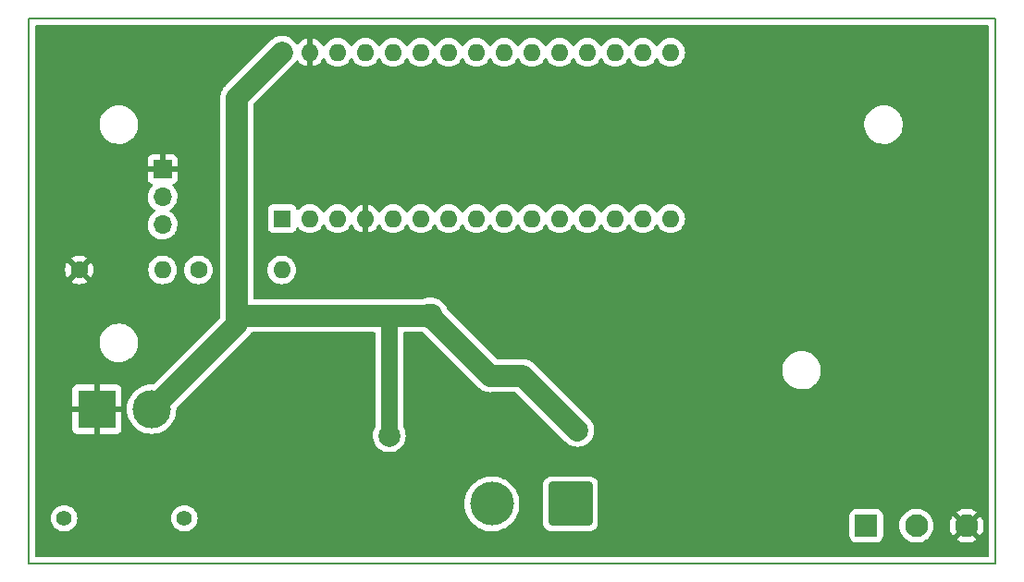
<source format=gbr>
%TF.GenerationSoftware,KiCad,Pcbnew,6.0.7*%
%TF.CreationDate,2022-11-09T15:14:02-05:00*%
%TF.ProjectId,Actuator Driver,41637475-6174-46f7-9220-447269766572,rev?*%
%TF.SameCoordinates,Original*%
%TF.FileFunction,Copper,L2,Bot*%
%TF.FilePolarity,Positive*%
%FSLAX46Y46*%
G04 Gerber Fmt 4.6, Leading zero omitted, Abs format (unit mm)*
G04 Created by KiCad (PCBNEW 6.0.7) date 2022-11-09 15:14:02*
%MOMM*%
%LPD*%
G01*
G04 APERTURE LIST*
G04 Aperture macros list*
%AMRoundRect*
0 Rectangle with rounded corners*
0 $1 Rounding radius*
0 $2 $3 $4 $5 $6 $7 $8 $9 X,Y pos of 4 corners*
0 Add a 4 corners polygon primitive as box body*
4,1,4,$2,$3,$4,$5,$6,$7,$8,$9,$2,$3,0*
0 Add four circle primitives for the rounded corners*
1,1,$1+$1,$2,$3*
1,1,$1+$1,$4,$5*
1,1,$1+$1,$6,$7*
1,1,$1+$1,$8,$9*
0 Add four rect primitives between the rounded corners*
20,1,$1+$1,$2,$3,$4,$5,0*
20,1,$1+$1,$4,$5,$6,$7,0*
20,1,$1+$1,$6,$7,$8,$9,0*
20,1,$1+$1,$8,$9,$2,$3,0*%
G04 Aperture macros list end*
%TA.AperFunction,NonConductor*%
%ADD10C,0.200000*%
%TD*%
%TA.AperFunction,ComponentPad*%
%ADD11C,1.600000*%
%TD*%
%TA.AperFunction,ComponentPad*%
%ADD12O,1.600000X1.600000*%
%TD*%
%TA.AperFunction,ComponentPad*%
%ADD13C,1.400000*%
%TD*%
%TA.AperFunction,ComponentPad*%
%ADD14R,3.500000X3.500000*%
%TD*%
%TA.AperFunction,ComponentPad*%
%ADD15C,3.500000*%
%TD*%
%TA.AperFunction,ComponentPad*%
%ADD16R,1.700000X1.700000*%
%TD*%
%TA.AperFunction,ComponentPad*%
%ADD17O,1.700000X1.700000*%
%TD*%
%TA.AperFunction,ComponentPad*%
%ADD18RoundRect,0.250001X-0.799999X-0.799999X0.799999X-0.799999X0.799999X0.799999X-0.799999X0.799999X0*%
%TD*%
%TA.AperFunction,ComponentPad*%
%ADD19C,2.100000*%
%TD*%
%TA.AperFunction,ComponentPad*%
%ADD20RoundRect,0.250000X1.750000X1.750000X-1.750000X1.750000X-1.750000X-1.750000X1.750000X-1.750000X0*%
%TD*%
%TA.AperFunction,ComponentPad*%
%ADD21C,4.000000*%
%TD*%
%TA.AperFunction,ComponentPad*%
%ADD22R,1.600000X1.600000*%
%TD*%
%TA.AperFunction,ViaPad*%
%ADD23C,2.000000*%
%TD*%
%TA.AperFunction,ViaPad*%
%ADD24C,2.300000*%
%TD*%
%TA.AperFunction,Conductor*%
%ADD25C,2.000000*%
%TD*%
%TA.AperFunction,Conductor*%
%ADD26C,1.500000*%
%TD*%
G04 APERTURE END LIST*
D10*
X192750000Y-85250000D02*
X104250000Y-85250000D01*
X104250000Y-85250000D02*
X104250000Y-135250000D01*
X104250000Y-135250000D02*
X192750000Y-135250000D01*
X192750000Y-135250000D02*
X192750000Y-85250000D01*
D11*
%TO.P,R5,1*%
%TO.N,Wireless Transceiver RX*%
X119790000Y-108300000D03*
D12*
%TO.P,R5,2*%
%TO.N,Net-(A1-Pad1)*%
X127410000Y-108300000D03*
%TD*%
D13*
%TO.P,PWRIN,*%
%TO.N,*%
X107500000Y-131075000D03*
X118500000Y-131075000D03*
D14*
%TO.P,PWRIN,1*%
%TO.N,GND*%
X110500000Y-121075000D03*
D15*
%TO.P,PWRIN,2*%
%TO.N,+12V*%
X115500000Y-121075000D03*
%TD*%
D11*
%TO.P,R6,1*%
%TO.N,GND*%
X108890000Y-108300000D03*
D12*
%TO.P,R6,2*%
%TO.N,Wireless Transceiver RX*%
X116510000Y-108300000D03*
%TD*%
D16*
%TO.P,Transmitter,1*%
%TO.N,GND*%
X116500000Y-99075000D03*
D17*
%TO.P,Transmitter,2*%
%TO.N,Wireless Transceiver TX*%
X116500000Y-101615000D03*
%TO.P,Transmitter,3*%
%TO.N,Wireless Transceiver RX*%
X116500000Y-104155000D03*
%TD*%
D18*
%TO.P,RV1,1,1*%
%TO.N,Net-(A1-Pad27)*%
X180900000Y-131750000D03*
D19*
%TO.P,RV1,2,2*%
%TO.N,Net-(A1-Pad19)*%
X185500000Y-131750000D03*
%TO.P,RV1,3,3*%
%TO.N,GND*%
X190100000Y-131750000D03*
%TD*%
D20*
%TO.P,M1,1,+*%
%TO.N,Net-(D1-Pad2)*%
X153850000Y-129750000D03*
D21*
%TO.P,M1,2,-*%
%TO.N,Net-(D2-Pad2)*%
X146650000Y-129750000D03*
%TD*%
D22*
%TO.P,A1,1,TX1*%
%TO.N,Net-(A1-Pad1)*%
X127450000Y-103610000D03*
D12*
%TO.P,A1,2,RX1*%
%TO.N,Wireless Transceiver TX*%
X129990000Y-103610000D03*
%TO.P,A1,3,~{RESET}*%
%TO.N,unconnected-(A1-Pad3)*%
X132530000Y-103610000D03*
%TO.P,A1,4,GND*%
%TO.N,GND*%
X135070000Y-103610000D03*
%TO.P,A1,5,D2*%
%TO.N,Net-(A1-Pad5)*%
X137610000Y-103610000D03*
%TO.P,A1,6,D3*%
%TO.N,Net-(A1-Pad6)*%
X140150000Y-103610000D03*
%TO.P,A1,7,D4*%
%TO.N,unconnected-(A1-Pad7)*%
X142690000Y-103610000D03*
%TO.P,A1,8,D5*%
%TO.N,Net-(A1-Pad8)*%
X145230000Y-103610000D03*
%TO.P,A1,9,D6*%
%TO.N,Net-(R4-Pad2)*%
X147770000Y-103610000D03*
%TO.P,A1,10,D7*%
%TO.N,unconnected-(A1-Pad10)*%
X150310000Y-103610000D03*
%TO.P,A1,11,D8*%
%TO.N,unconnected-(A1-Pad11)*%
X152850000Y-103610000D03*
%TO.P,A1,12,D9*%
%TO.N,unconnected-(A1-Pad12)*%
X155390000Y-103610000D03*
%TO.P,A1,13,D10*%
%TO.N,unconnected-(A1-Pad13)*%
X157930000Y-103610000D03*
%TO.P,A1,14,MOSI*%
%TO.N,unconnected-(A1-Pad14)*%
X160470000Y-103610000D03*
%TO.P,A1,15,MISO*%
%TO.N,unconnected-(A1-Pad15)*%
X163010000Y-103610000D03*
%TO.P,A1,16,SCK*%
%TO.N,unconnected-(A1-Pad16)*%
X163010000Y-88370000D03*
%TO.P,A1,17,3V3*%
%TO.N,Wireless Tranceiver Vin*%
X160470000Y-88370000D03*
%TO.P,A1,18,AREF*%
%TO.N,unconnected-(A1-Pad18)*%
X157930000Y-88370000D03*
%TO.P,A1,19,A0*%
%TO.N,Net-(A1-Pad19)*%
X155390000Y-88370000D03*
%TO.P,A1,20,A1*%
%TO.N,unconnected-(A1-Pad20)*%
X152850000Y-88370000D03*
%TO.P,A1,21,A2*%
%TO.N,unconnected-(A1-Pad21)*%
X150310000Y-88370000D03*
%TO.P,A1,22,A3*%
%TO.N,unconnected-(A1-Pad22)*%
X147770000Y-88370000D03*
%TO.P,A1,23,SDA/A4*%
%TO.N,unconnected-(A1-Pad23)*%
X145230000Y-88370000D03*
%TO.P,A1,24,SCL/A5*%
%TO.N,unconnected-(A1-Pad24)*%
X142690000Y-88370000D03*
%TO.P,A1,25,A6*%
%TO.N,unconnected-(A1-Pad25)*%
X140150000Y-88370000D03*
%TO.P,A1,26,A7*%
%TO.N,unconnected-(A1-Pad26)*%
X137610000Y-88370000D03*
%TO.P,A1,27,+5V*%
%TO.N,Net-(A1-Pad27)*%
X135070000Y-88370000D03*
%TO.P,A1,28,~{RESET}*%
%TO.N,unconnected-(A1-Pad28)*%
X132530000Y-88370000D03*
%TO.P,A1,29,GND*%
%TO.N,GND*%
X129990000Y-88370000D03*
%TO.P,A1,30,VIN*%
%TO.N,+12V*%
X127450000Y-88370000D03*
%TD*%
D23*
%TO.N,GND*%
X177150000Y-124590000D03*
%TO.N,+12V*%
X137250000Y-123500000D03*
D24*
X141000000Y-112500000D03*
D23*
X154500000Y-123000000D03*
%TD*%
D25*
%TO.N,+12V*%
X123312994Y-92507006D02*
X127450000Y-88370000D01*
X146500000Y-118000000D02*
X149500000Y-118000000D01*
X123312994Y-113262006D02*
X123312994Y-112500000D01*
X123312994Y-112500000D02*
X123312994Y-92507006D01*
X149500000Y-118000000D02*
X154500000Y-123000000D01*
X141000000Y-112500000D02*
X146500000Y-118000000D01*
D26*
X137250000Y-123500000D02*
X137250000Y-112500000D01*
D25*
X123312994Y-112500000D02*
X137250000Y-112500000D01*
X115500000Y-121075000D02*
X123312994Y-113262006D01*
X137250000Y-112500000D02*
X141000000Y-112500000D01*
%TD*%
%TA.AperFunction,Conductor*%
%TO.N,GND*%
G36*
X192083621Y-85878502D02*
G01*
X192130114Y-85932158D01*
X192141500Y-85984500D01*
X192141500Y-134515500D01*
X192121498Y-134583621D01*
X192067842Y-134630114D01*
X192015500Y-134641500D01*
X104984500Y-134641500D01*
X104916379Y-134621498D01*
X104869886Y-134567842D01*
X104858500Y-134515500D01*
X104858500Y-132600400D01*
X179341500Y-132600400D01*
X179341837Y-132603646D01*
X179341837Y-132603650D01*
X179348169Y-132664670D01*
X179352474Y-132706165D01*
X179408450Y-132873945D01*
X179501522Y-133024348D01*
X179626697Y-133149305D01*
X179632927Y-133153145D01*
X179632928Y-133153146D01*
X179770090Y-133237694D01*
X179777262Y-133242115D01*
X179857005Y-133268564D01*
X179938611Y-133295632D01*
X179938613Y-133295632D01*
X179945139Y-133297797D01*
X179951975Y-133298497D01*
X179951978Y-133298498D01*
X179995031Y-133302909D01*
X180049600Y-133308500D01*
X181750400Y-133308500D01*
X181753646Y-133308163D01*
X181753650Y-133308163D01*
X181849307Y-133298238D01*
X181849311Y-133298237D01*
X181856165Y-133297526D01*
X181862701Y-133295345D01*
X181862703Y-133295345D01*
X181994805Y-133251272D01*
X182023945Y-133241550D01*
X182174348Y-133148478D01*
X182299305Y-133023303D01*
X182392115Y-132872738D01*
X182447797Y-132704861D01*
X182458500Y-132600400D01*
X182458500Y-131750000D01*
X183936681Y-131750000D01*
X183955928Y-131994557D01*
X183957082Y-131999364D01*
X183957083Y-131999370D01*
X183986628Y-132122434D01*
X184013195Y-132233092D01*
X184015088Y-132237663D01*
X184015089Y-132237665D01*
X184023719Y-132258500D01*
X184107073Y-132459732D01*
X184235248Y-132668896D01*
X184238463Y-132672660D01*
X184238465Y-132672663D01*
X184272663Y-132712703D01*
X184394567Y-132855433D01*
X184398323Y-132858641D01*
X184575182Y-133009694D01*
X184581104Y-133014752D01*
X184585327Y-133017340D01*
X184585330Y-133017342D01*
X184603511Y-133028483D01*
X184790268Y-133142927D01*
X184812974Y-133152332D01*
X185012335Y-133234911D01*
X185012337Y-133234912D01*
X185016908Y-133236805D01*
X185046328Y-133243868D01*
X185250630Y-133292917D01*
X185250636Y-133292918D01*
X185255443Y-133294072D01*
X185500000Y-133313319D01*
X185744557Y-133294072D01*
X185749364Y-133292918D01*
X185749370Y-133292917D01*
X185953672Y-133243868D01*
X185983092Y-133236805D01*
X185987663Y-133234912D01*
X185987665Y-133234911D01*
X186187026Y-133152332D01*
X186209732Y-133142927D01*
X186396489Y-133028483D01*
X186411915Y-133019030D01*
X189195800Y-133019030D01*
X189201527Y-133026680D01*
X189386272Y-133139893D01*
X189395067Y-133144375D01*
X189612490Y-133234434D01*
X189621875Y-133237483D01*
X189850708Y-133292422D01*
X189860455Y-133293965D01*
X190095070Y-133312430D01*
X190104930Y-133312430D01*
X190339545Y-133293965D01*
X190349292Y-133292422D01*
X190578125Y-133237483D01*
X190587510Y-133234434D01*
X190804933Y-133144375D01*
X190813728Y-133139893D01*
X190994805Y-133028928D01*
X191004267Y-133018470D01*
X191000484Y-133009694D01*
X190112812Y-132122022D01*
X190098868Y-132114408D01*
X190097035Y-132114539D01*
X190090420Y-132118790D01*
X189202560Y-133006650D01*
X189195800Y-133019030D01*
X186411915Y-133019030D01*
X186414670Y-133017342D01*
X186414673Y-133017340D01*
X186418896Y-133014752D01*
X186424819Y-133009694D01*
X186601677Y-132858641D01*
X186605433Y-132855433D01*
X186727337Y-132712703D01*
X186761535Y-132672663D01*
X186761537Y-132672660D01*
X186764752Y-132668896D01*
X186892927Y-132459732D01*
X186976281Y-132258500D01*
X186984911Y-132237665D01*
X186984912Y-132237663D01*
X186986805Y-132233092D01*
X187013372Y-132122434D01*
X187042917Y-131999370D01*
X187042918Y-131999364D01*
X187044072Y-131994557D01*
X187062931Y-131754930D01*
X188537570Y-131754930D01*
X188556035Y-131989545D01*
X188557578Y-131999292D01*
X188612517Y-132228125D01*
X188615566Y-132237510D01*
X188705625Y-132454933D01*
X188710107Y-132463728D01*
X188821072Y-132644805D01*
X188831530Y-132654267D01*
X188840306Y-132650484D01*
X189727978Y-131762812D01*
X189734356Y-131751132D01*
X190464408Y-131751132D01*
X190464539Y-131752965D01*
X190468790Y-131759580D01*
X191356650Y-132647440D01*
X191369030Y-132654200D01*
X191376680Y-132648473D01*
X191489893Y-132463728D01*
X191494375Y-132454933D01*
X191584434Y-132237510D01*
X191587483Y-132228125D01*
X191642422Y-131999292D01*
X191643965Y-131989545D01*
X191662430Y-131754930D01*
X191662430Y-131745070D01*
X191643965Y-131510455D01*
X191642422Y-131500708D01*
X191587483Y-131271875D01*
X191584434Y-131262490D01*
X191494375Y-131045067D01*
X191489893Y-131036272D01*
X191378928Y-130855195D01*
X191368470Y-130845733D01*
X191359694Y-130849516D01*
X190472022Y-131737188D01*
X190464408Y-131751132D01*
X189734356Y-131751132D01*
X189735592Y-131748868D01*
X189735461Y-131747035D01*
X189731210Y-131740420D01*
X188843350Y-130852560D01*
X188830970Y-130845800D01*
X188823320Y-130851527D01*
X188710107Y-131036272D01*
X188705625Y-131045067D01*
X188615566Y-131262490D01*
X188612517Y-131271875D01*
X188557578Y-131500708D01*
X188556035Y-131510455D01*
X188537570Y-131745070D01*
X188537570Y-131754930D01*
X187062931Y-131754930D01*
X187063319Y-131750000D01*
X187044072Y-131505443D01*
X187036355Y-131473297D01*
X186987960Y-131271720D01*
X186986805Y-131266908D01*
X186892927Y-131040268D01*
X186764752Y-130831104D01*
X186738779Y-130800693D01*
X186608641Y-130648323D01*
X186605433Y-130644567D01*
X186601677Y-130641359D01*
X186422663Y-130488465D01*
X186422660Y-130488463D01*
X186418896Y-130485248D01*
X186414673Y-130482660D01*
X186414670Y-130482658D01*
X186412829Y-130481530D01*
X189195733Y-130481530D01*
X189199516Y-130490306D01*
X190087188Y-131377978D01*
X190101132Y-131385592D01*
X190102965Y-131385461D01*
X190109580Y-131381210D01*
X190997440Y-130493350D01*
X191004200Y-130480970D01*
X190998473Y-130473320D01*
X190813728Y-130360107D01*
X190804933Y-130355625D01*
X190587510Y-130265566D01*
X190578125Y-130262517D01*
X190349292Y-130207578D01*
X190339545Y-130206035D01*
X190104930Y-130187570D01*
X190095070Y-130187570D01*
X189860455Y-130206035D01*
X189850708Y-130207578D01*
X189621875Y-130262517D01*
X189612490Y-130265566D01*
X189395067Y-130355625D01*
X189386272Y-130360107D01*
X189205195Y-130471072D01*
X189195733Y-130481530D01*
X186412829Y-130481530D01*
X186345485Y-130440262D01*
X186209732Y-130357073D01*
X186051013Y-130291329D01*
X185987665Y-130265089D01*
X185987663Y-130265088D01*
X185983092Y-130263195D01*
X185900437Y-130243351D01*
X185749370Y-130207083D01*
X185749364Y-130207082D01*
X185744557Y-130205928D01*
X185500000Y-130186681D01*
X185255443Y-130205928D01*
X185250636Y-130207082D01*
X185250630Y-130207083D01*
X185099563Y-130243351D01*
X185016908Y-130263195D01*
X185012337Y-130265088D01*
X185012335Y-130265089D01*
X184948987Y-130291329D01*
X184790268Y-130357073D01*
X184654515Y-130440262D01*
X184585330Y-130482658D01*
X184585327Y-130482660D01*
X184581104Y-130485248D01*
X184577340Y-130488463D01*
X184577337Y-130488465D01*
X184398323Y-130641359D01*
X184394567Y-130644567D01*
X184391359Y-130648323D01*
X184261222Y-130800693D01*
X184235248Y-130831104D01*
X184107073Y-131040268D01*
X184013195Y-131266908D01*
X184012040Y-131271720D01*
X183963646Y-131473297D01*
X183955928Y-131505443D01*
X183936681Y-131750000D01*
X182458500Y-131750000D01*
X182458500Y-130899600D01*
X182453893Y-130855195D01*
X182448238Y-130800693D01*
X182448237Y-130800689D01*
X182447526Y-130793835D01*
X182391550Y-130626055D01*
X182298478Y-130475652D01*
X182173303Y-130350695D01*
X182034425Y-130265089D01*
X182028968Y-130261725D01*
X182028966Y-130261724D01*
X182022738Y-130257885D01*
X181942995Y-130231436D01*
X181861389Y-130204368D01*
X181861387Y-130204368D01*
X181854861Y-130202203D01*
X181848025Y-130201503D01*
X181848022Y-130201502D01*
X181804969Y-130197091D01*
X181750400Y-130191500D01*
X180049600Y-130191500D01*
X180046354Y-130191837D01*
X180046350Y-130191837D01*
X179950693Y-130201762D01*
X179950689Y-130201763D01*
X179943835Y-130202474D01*
X179937299Y-130204655D01*
X179937297Y-130204655D01*
X179928536Y-130207578D01*
X179776055Y-130258450D01*
X179625652Y-130351522D01*
X179500695Y-130476697D01*
X179407885Y-130627262D01*
X179352203Y-130795139D01*
X179341500Y-130899600D01*
X179341500Y-132600400D01*
X104858500Y-132600400D01*
X104858500Y-131075000D01*
X106286884Y-131075000D01*
X106305314Y-131285655D01*
X106306738Y-131290968D01*
X106306738Y-131290970D01*
X106355593Y-131473297D01*
X106360044Y-131489910D01*
X106362366Y-131494891D01*
X106362367Y-131494892D01*
X106437571Y-131656166D01*
X106449411Y-131681558D01*
X106570699Y-131854776D01*
X106720224Y-132004301D01*
X106893442Y-132125589D01*
X106898420Y-132127910D01*
X106898423Y-132127912D01*
X107041048Y-132194419D01*
X107085090Y-132214956D01*
X107090398Y-132216378D01*
X107090400Y-132216379D01*
X107284030Y-132268262D01*
X107284032Y-132268262D01*
X107289345Y-132269686D01*
X107500000Y-132288116D01*
X107710655Y-132269686D01*
X107715968Y-132268262D01*
X107715970Y-132268262D01*
X107909600Y-132216379D01*
X107909602Y-132216378D01*
X107914910Y-132214956D01*
X107958952Y-132194419D01*
X108101577Y-132127912D01*
X108101580Y-132127910D01*
X108106558Y-132125589D01*
X108279776Y-132004301D01*
X108429301Y-131854776D01*
X108550589Y-131681558D01*
X108562430Y-131656166D01*
X108637633Y-131494892D01*
X108637634Y-131494891D01*
X108639956Y-131489910D01*
X108644408Y-131473297D01*
X108693262Y-131290970D01*
X108693262Y-131290968D01*
X108694686Y-131285655D01*
X108713116Y-131075000D01*
X117286884Y-131075000D01*
X117305314Y-131285655D01*
X117306738Y-131290968D01*
X117306738Y-131290970D01*
X117355593Y-131473297D01*
X117360044Y-131489910D01*
X117362366Y-131494891D01*
X117362367Y-131494892D01*
X117437571Y-131656166D01*
X117449411Y-131681558D01*
X117570699Y-131854776D01*
X117720224Y-132004301D01*
X117893442Y-132125589D01*
X117898420Y-132127910D01*
X117898423Y-132127912D01*
X118041048Y-132194419D01*
X118085090Y-132214956D01*
X118090398Y-132216378D01*
X118090400Y-132216379D01*
X118284030Y-132268262D01*
X118284032Y-132268262D01*
X118289345Y-132269686D01*
X118500000Y-132288116D01*
X118710655Y-132269686D01*
X118715968Y-132268262D01*
X118715970Y-132268262D01*
X118909600Y-132216379D01*
X118909602Y-132216378D01*
X118914910Y-132214956D01*
X118958952Y-132194419D01*
X119101577Y-132127912D01*
X119101580Y-132127910D01*
X119106558Y-132125589D01*
X119279776Y-132004301D01*
X119429301Y-131854776D01*
X119550589Y-131681558D01*
X119562430Y-131656166D01*
X119637633Y-131494892D01*
X119637634Y-131494891D01*
X119639956Y-131489910D01*
X119644408Y-131473297D01*
X119693262Y-131290970D01*
X119693262Y-131290968D01*
X119694686Y-131285655D01*
X119713116Y-131075000D01*
X119694686Y-130864345D01*
X119691528Y-130852560D01*
X119641379Y-130665400D01*
X119641378Y-130665398D01*
X119639956Y-130660090D01*
X119631222Y-130641359D01*
X119552912Y-130473423D01*
X119552910Y-130473420D01*
X119550589Y-130468442D01*
X119429301Y-130295224D01*
X119279776Y-130145699D01*
X119106558Y-130024411D01*
X119101580Y-130022090D01*
X119101577Y-130022088D01*
X118919892Y-129937367D01*
X118919891Y-129937366D01*
X118914910Y-129935044D01*
X118909602Y-129933622D01*
X118909600Y-129933621D01*
X118715970Y-129881738D01*
X118715968Y-129881738D01*
X118710655Y-129880314D01*
X118500000Y-129861884D01*
X118289345Y-129880314D01*
X118284032Y-129881738D01*
X118284030Y-129881738D01*
X118090400Y-129933621D01*
X118090398Y-129933622D01*
X118085090Y-129935044D01*
X118080109Y-129937366D01*
X118080108Y-129937367D01*
X117898423Y-130022088D01*
X117898420Y-130022090D01*
X117893442Y-130024411D01*
X117720224Y-130145699D01*
X117570699Y-130295224D01*
X117449411Y-130468442D01*
X117447090Y-130473420D01*
X117447088Y-130473423D01*
X117368778Y-130641359D01*
X117360044Y-130660090D01*
X117358622Y-130665398D01*
X117358621Y-130665400D01*
X117308472Y-130852560D01*
X117305314Y-130864345D01*
X117286884Y-131075000D01*
X108713116Y-131075000D01*
X108694686Y-130864345D01*
X108691528Y-130852560D01*
X108641379Y-130665400D01*
X108641378Y-130665398D01*
X108639956Y-130660090D01*
X108631222Y-130641359D01*
X108552912Y-130473423D01*
X108552910Y-130473420D01*
X108550589Y-130468442D01*
X108429301Y-130295224D01*
X108279776Y-130145699D01*
X108106558Y-130024411D01*
X108101580Y-130022090D01*
X108101577Y-130022088D01*
X107919892Y-129937367D01*
X107919891Y-129937366D01*
X107914910Y-129935044D01*
X107909602Y-129933622D01*
X107909600Y-129933621D01*
X107715970Y-129881738D01*
X107715968Y-129881738D01*
X107710655Y-129880314D01*
X107500000Y-129861884D01*
X107289345Y-129880314D01*
X107284032Y-129881738D01*
X107284030Y-129881738D01*
X107090400Y-129933621D01*
X107090398Y-129933622D01*
X107085090Y-129935044D01*
X107080109Y-129937366D01*
X107080108Y-129937367D01*
X106898423Y-130022088D01*
X106898420Y-130022090D01*
X106893442Y-130024411D01*
X106720224Y-130145699D01*
X106570699Y-130295224D01*
X106449411Y-130468442D01*
X106447090Y-130473420D01*
X106447088Y-130473423D01*
X106368778Y-130641359D01*
X106360044Y-130660090D01*
X106358622Y-130665398D01*
X106358621Y-130665400D01*
X106308472Y-130852560D01*
X106305314Y-130864345D01*
X106286884Y-131075000D01*
X104858500Y-131075000D01*
X104858500Y-129750000D01*
X144136540Y-129750000D01*
X144156359Y-130065020D01*
X144215505Y-130375072D01*
X144216732Y-130378848D01*
X144297447Y-130627262D01*
X144313044Y-130675266D01*
X144314731Y-130678852D01*
X144314733Y-130678856D01*
X144445750Y-130957283D01*
X144445754Y-130957290D01*
X144447438Y-130960869D01*
X144616568Y-131227375D01*
X144817767Y-131470582D01*
X145047860Y-131686654D01*
X145303221Y-131872184D01*
X145306690Y-131874091D01*
X145306693Y-131874093D01*
X145549286Y-132007460D01*
X145579821Y-132024247D01*
X145583490Y-132025700D01*
X145583495Y-132025702D01*
X145835781Y-132125589D01*
X145873298Y-132140443D01*
X146179025Y-132218940D01*
X146492179Y-132258500D01*
X146807821Y-132258500D01*
X147120975Y-132218940D01*
X147426702Y-132140443D01*
X147464219Y-132125589D01*
X147716505Y-132025702D01*
X147716510Y-132025700D01*
X147720179Y-132024247D01*
X147750714Y-132007460D01*
X147993307Y-131874093D01*
X147993310Y-131874091D01*
X147996779Y-131872184D01*
X148252140Y-131686654D01*
X148397236Y-131550400D01*
X151341500Y-131550400D01*
X151352474Y-131656166D01*
X151354655Y-131662702D01*
X151354655Y-131662704D01*
X151363422Y-131688982D01*
X151408450Y-131823946D01*
X151501522Y-131974348D01*
X151506704Y-131979521D01*
X151516824Y-131989623D01*
X151626697Y-132099305D01*
X151632927Y-132103145D01*
X151632928Y-132103146D01*
X151770090Y-132187694D01*
X151777262Y-132192115D01*
X151839122Y-132212633D01*
X151938611Y-132245632D01*
X151938613Y-132245632D01*
X151945139Y-132247797D01*
X151951975Y-132248497D01*
X151951978Y-132248498D01*
X151995031Y-132252909D01*
X152049600Y-132258500D01*
X155650400Y-132258500D01*
X155653646Y-132258163D01*
X155653650Y-132258163D01*
X155749308Y-132248238D01*
X155749312Y-132248237D01*
X155756166Y-132247526D01*
X155762702Y-132245345D01*
X155762704Y-132245345D01*
X155894806Y-132201272D01*
X155923946Y-132191550D01*
X156074348Y-132098478D01*
X156199305Y-131973303D01*
X156261636Y-131872184D01*
X156288275Y-131828968D01*
X156288276Y-131828966D01*
X156292115Y-131822738D01*
X156347797Y-131654861D01*
X156358500Y-131550400D01*
X156358500Y-127949600D01*
X156347526Y-127843834D01*
X156337355Y-127813346D01*
X156293868Y-127683002D01*
X156291550Y-127676054D01*
X156198478Y-127525652D01*
X156073303Y-127400695D01*
X156067072Y-127396854D01*
X155928968Y-127311725D01*
X155928966Y-127311724D01*
X155922738Y-127307885D01*
X155762254Y-127254655D01*
X155761389Y-127254368D01*
X155761387Y-127254368D01*
X155754861Y-127252203D01*
X155748025Y-127251503D01*
X155748022Y-127251502D01*
X155704969Y-127247091D01*
X155650400Y-127241500D01*
X152049600Y-127241500D01*
X152046354Y-127241837D01*
X152046350Y-127241837D01*
X151950692Y-127251762D01*
X151950688Y-127251763D01*
X151943834Y-127252474D01*
X151937298Y-127254655D01*
X151937296Y-127254655D01*
X151855199Y-127282045D01*
X151776054Y-127308450D01*
X151625652Y-127401522D01*
X151500695Y-127526697D01*
X151496855Y-127532927D01*
X151496854Y-127532928D01*
X151436930Y-127630143D01*
X151407885Y-127677262D01*
X151352203Y-127845139D01*
X151341500Y-127949600D01*
X151341500Y-131550400D01*
X148397236Y-131550400D01*
X148482233Y-131470582D01*
X148683432Y-131227375D01*
X148852562Y-130960869D01*
X148854246Y-130957290D01*
X148854250Y-130957283D01*
X148985267Y-130678856D01*
X148985269Y-130678852D01*
X148986956Y-130675266D01*
X149002554Y-130627262D01*
X149083268Y-130378848D01*
X149084495Y-130375072D01*
X149143641Y-130065020D01*
X149163460Y-129750000D01*
X149143641Y-129434980D01*
X149084495Y-129124928D01*
X148986956Y-128824734D01*
X148985267Y-128821144D01*
X148854250Y-128542717D01*
X148854246Y-128542710D01*
X148852562Y-128539131D01*
X148683432Y-128272625D01*
X148482233Y-128029418D01*
X148252140Y-127813346D01*
X147996779Y-127627816D01*
X147824180Y-127532928D01*
X147723648Y-127477660D01*
X147723647Y-127477659D01*
X147720179Y-127475753D01*
X147716510Y-127474300D01*
X147716505Y-127474298D01*
X147430372Y-127361010D01*
X147430371Y-127361010D01*
X147426702Y-127359557D01*
X147120975Y-127281060D01*
X146807821Y-127241500D01*
X146492179Y-127241500D01*
X146179025Y-127281060D01*
X145873298Y-127359557D01*
X145869629Y-127361010D01*
X145869628Y-127361010D01*
X145583495Y-127474298D01*
X145583490Y-127474300D01*
X145579821Y-127475753D01*
X145576353Y-127477659D01*
X145576352Y-127477660D01*
X145475821Y-127532928D01*
X145303221Y-127627816D01*
X145047860Y-127813346D01*
X144817767Y-128029418D01*
X144616568Y-128272625D01*
X144447438Y-128539131D01*
X144445754Y-128542710D01*
X144445750Y-128542717D01*
X144314733Y-128821144D01*
X144313044Y-128824734D01*
X144215505Y-129124928D01*
X144156359Y-129434980D01*
X144136540Y-129750000D01*
X104858500Y-129750000D01*
X104858500Y-122869669D01*
X108242001Y-122869669D01*
X108242371Y-122876490D01*
X108247895Y-122927352D01*
X108251521Y-122942604D01*
X108296676Y-123063054D01*
X108305214Y-123078649D01*
X108381715Y-123180724D01*
X108394276Y-123193285D01*
X108496351Y-123269786D01*
X108511946Y-123278324D01*
X108632394Y-123323478D01*
X108647649Y-123327105D01*
X108698514Y-123332631D01*
X108705328Y-123333000D01*
X110227885Y-123333000D01*
X110243124Y-123328525D01*
X110244329Y-123327135D01*
X110246000Y-123319452D01*
X110246000Y-123314884D01*
X110754000Y-123314884D01*
X110758475Y-123330123D01*
X110759865Y-123331328D01*
X110767548Y-123332999D01*
X112294669Y-123332999D01*
X112301490Y-123332629D01*
X112352352Y-123327105D01*
X112367604Y-123323479D01*
X112488054Y-123278324D01*
X112503649Y-123269786D01*
X112605724Y-123193285D01*
X112618285Y-123180724D01*
X112694786Y-123078649D01*
X112703324Y-123063054D01*
X112748478Y-122942606D01*
X112752105Y-122927351D01*
X112757631Y-122876486D01*
X112758000Y-122869672D01*
X112758000Y-121347115D01*
X112753525Y-121331876D01*
X112752135Y-121330671D01*
X112744452Y-121329000D01*
X110772115Y-121329000D01*
X110756876Y-121333475D01*
X110755671Y-121334865D01*
X110754000Y-121342548D01*
X110754000Y-123314884D01*
X110246000Y-123314884D01*
X110246000Y-121347115D01*
X110241525Y-121331876D01*
X110240135Y-121330671D01*
X110232452Y-121329000D01*
X108260116Y-121329000D01*
X108244877Y-121333475D01*
X108243672Y-121334865D01*
X108242001Y-121342548D01*
X108242001Y-122869669D01*
X104858500Y-122869669D01*
X104858500Y-121075000D01*
X113236654Y-121075000D01*
X113236924Y-121079119D01*
X113254190Y-121342548D01*
X113256017Y-121370426D01*
X113313776Y-121660797D01*
X113408941Y-121941145D01*
X113451935Y-122028328D01*
X113521717Y-122169831D01*
X113539885Y-122206673D01*
X113542179Y-122210106D01*
X113697960Y-122443249D01*
X113704367Y-122452838D01*
X113707081Y-122455932D01*
X113707085Y-122455938D01*
X113896864Y-122672338D01*
X113899573Y-122675427D01*
X113902662Y-122678136D01*
X114119062Y-122867915D01*
X114119068Y-122867919D01*
X114122162Y-122870633D01*
X114125588Y-122872922D01*
X114125593Y-122872926D01*
X114308380Y-122995060D01*
X114368327Y-123035115D01*
X114372026Y-123036939D01*
X114372031Y-123036942D01*
X114465091Y-123082834D01*
X114633855Y-123166059D01*
X114637760Y-123167384D01*
X114637761Y-123167385D01*
X114910290Y-123259896D01*
X114910294Y-123259897D01*
X114914203Y-123261224D01*
X114918247Y-123262028D01*
X114918253Y-123262030D01*
X115200535Y-123318180D01*
X115200541Y-123318181D01*
X115204574Y-123318983D01*
X115208679Y-123319252D01*
X115208686Y-123319253D01*
X115495881Y-123338076D01*
X115500000Y-123338346D01*
X115504119Y-123338076D01*
X115791314Y-123319253D01*
X115791321Y-123319252D01*
X115795426Y-123318983D01*
X115799459Y-123318181D01*
X115799465Y-123318180D01*
X116081747Y-123262030D01*
X116081753Y-123262028D01*
X116085797Y-123261224D01*
X116089706Y-123259897D01*
X116089710Y-123259896D01*
X116362239Y-123167385D01*
X116362240Y-123167384D01*
X116366145Y-123166059D01*
X116534909Y-123082834D01*
X116627969Y-123036942D01*
X116627974Y-123036939D01*
X116631673Y-123035115D01*
X116691620Y-122995060D01*
X116874407Y-122872926D01*
X116874412Y-122872922D01*
X116877838Y-122870633D01*
X116880932Y-122867919D01*
X116880938Y-122867915D01*
X117097338Y-122678136D01*
X117100427Y-122675427D01*
X117103136Y-122672338D01*
X117292915Y-122455938D01*
X117292919Y-122455932D01*
X117295633Y-122452838D01*
X117302041Y-122443249D01*
X117457821Y-122210106D01*
X117460115Y-122206673D01*
X117478284Y-122169831D01*
X117548065Y-122028328D01*
X117591059Y-121941145D01*
X117686224Y-121660797D01*
X117743983Y-121370426D01*
X117745811Y-121342548D01*
X117763076Y-121079119D01*
X117763346Y-121075000D01*
X117759083Y-121009959D01*
X117774587Y-120940676D01*
X117795718Y-120912623D01*
X124362660Y-114345681D01*
X124365182Y-114343227D01*
X124434006Y-114278144D01*
X124434008Y-114278141D01*
X124437675Y-114274674D01*
X124485405Y-114212245D01*
X124489546Y-114207114D01*
X124537185Y-114151139D01*
X124537186Y-114151138D01*
X124540464Y-114147286D01*
X124543083Y-114142961D01*
X124543087Y-114142956D01*
X124557485Y-114119182D01*
X124565157Y-114107935D01*
X124585114Y-114081832D01*
X124588798Y-114074961D01*
X124589554Y-114074193D01*
X124590247Y-114073118D01*
X124590471Y-114073262D01*
X124638614Y-114024377D01*
X124699843Y-114008500D01*
X135865500Y-114008500D01*
X135933621Y-114028502D01*
X135980114Y-114082158D01*
X135991500Y-114134500D01*
X135991500Y-122631059D01*
X135972932Y-122696894D01*
X135904351Y-122808807D01*
X135904345Y-122808818D01*
X135901760Y-122813037D01*
X135899867Y-122817607D01*
X135899865Y-122817611D01*
X135875477Y-122876490D01*
X135810895Y-123032406D01*
X135809740Y-123037218D01*
X135760690Y-123241526D01*
X135755465Y-123263289D01*
X135736835Y-123500000D01*
X135755465Y-123736711D01*
X135756619Y-123741518D01*
X135756620Y-123741524D01*
X135791111Y-123885188D01*
X135810895Y-123967594D01*
X135812788Y-123972165D01*
X135812789Y-123972167D01*
X135878239Y-124130177D01*
X135901760Y-124186963D01*
X135904346Y-124191183D01*
X136023241Y-124385202D01*
X136023245Y-124385208D01*
X136025824Y-124389416D01*
X136180031Y-124569969D01*
X136360584Y-124724176D01*
X136364792Y-124726755D01*
X136364798Y-124726759D01*
X136558817Y-124845654D01*
X136563037Y-124848240D01*
X136567607Y-124850133D01*
X136567611Y-124850135D01*
X136777833Y-124937211D01*
X136782406Y-124939105D01*
X136862609Y-124958360D01*
X137008476Y-124993380D01*
X137008482Y-124993381D01*
X137013289Y-124994535D01*
X137250000Y-125013165D01*
X137486711Y-124994535D01*
X137491518Y-124993381D01*
X137491524Y-124993380D01*
X137637391Y-124958360D01*
X137717594Y-124939105D01*
X137722167Y-124937211D01*
X137932389Y-124850135D01*
X137932393Y-124850133D01*
X137936963Y-124848240D01*
X137941183Y-124845654D01*
X138135202Y-124726759D01*
X138135208Y-124726755D01*
X138139416Y-124724176D01*
X138319969Y-124569969D01*
X138474176Y-124389416D01*
X138476755Y-124385208D01*
X138476759Y-124385202D01*
X138595654Y-124191183D01*
X138598240Y-124186963D01*
X138621762Y-124130177D01*
X138687211Y-123972167D01*
X138687212Y-123972165D01*
X138689105Y-123967594D01*
X138708889Y-123885188D01*
X138743380Y-123741524D01*
X138743381Y-123741518D01*
X138744535Y-123736711D01*
X138763165Y-123500000D01*
X138744535Y-123263289D01*
X138739311Y-123241526D01*
X138690260Y-123037218D01*
X138689105Y-123032406D01*
X138624523Y-122876490D01*
X138600135Y-122817611D01*
X138600133Y-122817607D01*
X138598240Y-122813037D01*
X138595655Y-122808818D01*
X138595649Y-122808807D01*
X138527068Y-122696894D01*
X138508500Y-122631059D01*
X138508500Y-114134500D01*
X138528502Y-114066379D01*
X138582158Y-114019886D01*
X138634500Y-114008500D01*
X140282911Y-114008500D01*
X140331128Y-114018091D01*
X140399514Y-114046417D01*
X140440390Y-114073731D01*
X145416325Y-119049666D01*
X145418779Y-119052188D01*
X145480238Y-119117179D01*
X145487332Y-119124681D01*
X145549757Y-119172408D01*
X145554892Y-119176552D01*
X145614720Y-119227470D01*
X145619045Y-119230089D01*
X145619050Y-119230093D01*
X145642824Y-119244491D01*
X145654071Y-119252163D01*
X145680174Y-119272120D01*
X145684632Y-119274510D01*
X145684633Y-119274511D01*
X145749401Y-119309239D01*
X145755126Y-119312504D01*
X145822358Y-119353221D01*
X145827047Y-119355116D01*
X145827054Y-119355119D01*
X145852828Y-119365533D01*
X145865164Y-119371312D01*
X145889649Y-119384440D01*
X145889653Y-119384442D01*
X145894109Y-119386831D01*
X145898891Y-119388478D01*
X145898892Y-119388478D01*
X145968381Y-119412405D01*
X145974551Y-119414711D01*
X146010461Y-119429220D01*
X146042743Y-119442263D01*
X146042746Y-119442264D01*
X146047429Y-119444156D01*
X146074191Y-119450236D01*
X146079471Y-119451436D01*
X146092575Y-119455169D01*
X146123631Y-119465862D01*
X146128611Y-119466722D01*
X146128622Y-119466725D01*
X146201065Y-119479238D01*
X146207533Y-119480530D01*
X146279212Y-119496815D01*
X146279221Y-119496816D01*
X146284145Y-119497935D01*
X146316951Y-119499999D01*
X146330455Y-119501586D01*
X146352683Y-119505425D01*
X146358933Y-119506505D01*
X146358936Y-119506505D01*
X146362836Y-119507179D01*
X146366793Y-119507359D01*
X146366796Y-119507359D01*
X146390506Y-119508436D01*
X146390525Y-119508436D01*
X146391925Y-119508500D01*
X146448108Y-119508500D01*
X146456019Y-119508749D01*
X146526413Y-119513178D01*
X146567993Y-119509101D01*
X146580289Y-119508500D01*
X148822969Y-119508500D01*
X148891090Y-119528502D01*
X148912064Y-119545405D01*
X153387915Y-124021256D01*
X153394620Y-124028509D01*
X153430031Y-124069969D01*
X153433791Y-124073180D01*
X153433793Y-124073182D01*
X153474033Y-124107550D01*
X153475603Y-124108944D01*
X153476464Y-124109805D01*
X153478390Y-124111444D01*
X153478392Y-124111446D01*
X153500401Y-124130177D01*
X153535634Y-124160163D01*
X153610584Y-124224176D01*
X153611533Y-124224757D01*
X153614720Y-124227470D01*
X153619050Y-124230093D01*
X153619062Y-124230101D01*
X153720244Y-124291380D01*
X153720806Y-124291722D01*
X153808811Y-124345651D01*
X153808818Y-124345654D01*
X153813037Y-124348240D01*
X153815520Y-124349269D01*
X153816861Y-124350015D01*
X153818033Y-124350602D01*
X153822358Y-124353221D01*
X153931836Y-124397453D01*
X153932710Y-124397810D01*
X154032406Y-124439105D01*
X154036821Y-124440165D01*
X154041578Y-124441896D01*
X154042736Y-124442259D01*
X154047429Y-124444155D01*
X154052360Y-124445275D01*
X154052359Y-124445275D01*
X154158674Y-124469429D01*
X154160173Y-124469779D01*
X154258476Y-124493380D01*
X154258482Y-124493381D01*
X154263289Y-124494535D01*
X154268220Y-124494923D01*
X154272887Y-124495662D01*
X154277867Y-124496621D01*
X154279217Y-124496816D01*
X154284144Y-124497935D01*
X154289187Y-124498252D01*
X154289192Y-124498253D01*
X154339778Y-124501435D01*
X154394564Y-124504882D01*
X154396484Y-124505018D01*
X154495058Y-124512777D01*
X154495070Y-124512777D01*
X154500000Y-124513165D01*
X154504932Y-124512777D01*
X154509882Y-124512777D01*
X154509882Y-124512892D01*
X154520534Y-124512809D01*
X154521357Y-124512861D01*
X154521370Y-124512861D01*
X154526413Y-124513178D01*
X154633319Y-124502696D01*
X154635697Y-124502485D01*
X154727703Y-124495244D01*
X154731782Y-124494923D01*
X154731783Y-124494923D01*
X154736711Y-124494535D01*
X154742189Y-124493220D01*
X154759280Y-124490344D01*
X154768002Y-124489489D01*
X154775770Y-124487437D01*
X154868824Y-124462851D01*
X154871596Y-124462152D01*
X154962785Y-124440260D01*
X154962791Y-124440258D01*
X154967594Y-124439105D01*
X154972164Y-124437212D01*
X154972167Y-124437211D01*
X154975423Y-124435862D01*
X154991459Y-124430450D01*
X155002696Y-124427481D01*
X155025233Y-124417447D01*
X155095179Y-124386305D01*
X155098210Y-124385003D01*
X155182388Y-124350135D01*
X155186963Y-124348240D01*
X155192371Y-124344926D01*
X155196639Y-124342311D01*
X155211221Y-124334639D01*
X155219830Y-124330806D01*
X155219834Y-124330804D01*
X155224456Y-124328746D01*
X155228691Y-124325975D01*
X155228696Y-124325972D01*
X155306676Y-124274944D01*
X155309833Y-124272945D01*
X155379747Y-124230101D01*
X155389416Y-124224176D01*
X155400210Y-124214958D01*
X155413048Y-124205336D01*
X155423346Y-124198597D01*
X155427579Y-124195827D01*
X155497959Y-124131560D01*
X155501033Y-124128845D01*
X155569969Y-124069969D01*
X155581045Y-124057001D01*
X155591892Y-124045789D01*
X155603091Y-124035563D01*
X155603099Y-124035555D01*
X155606836Y-124032142D01*
X155657997Y-123967594D01*
X155664183Y-123959789D01*
X155667117Y-123956224D01*
X155720958Y-123893184D01*
X155720959Y-123893183D01*
X155724176Y-123889416D01*
X155726761Y-123885197D01*
X155726768Y-123885188D01*
X155734577Y-123872444D01*
X155743266Y-123860011D01*
X155754471Y-123845874D01*
X155754472Y-123845873D01*
X155757619Y-123841902D01*
X155801227Y-123763874D01*
X155803770Y-123759531D01*
X155845652Y-123691187D01*
X155845654Y-123691182D01*
X155848240Y-123686963D01*
X155850133Y-123682393D01*
X155850137Y-123682385D01*
X155856954Y-123665926D01*
X155863370Y-123652683D01*
X155876045Y-123630003D01*
X155905615Y-123548761D01*
X155907607Y-123543637D01*
X155937211Y-123472166D01*
X155939105Y-123467594D01*
X155945083Y-123442695D01*
X155949199Y-123429016D01*
X155957341Y-123406645D01*
X155959070Y-123401895D01*
X155974727Y-123319815D01*
X155975975Y-123314020D01*
X155993380Y-123241526D01*
X155993382Y-123241514D01*
X155994535Y-123236711D01*
X155996769Y-123208330D01*
X155998609Y-123194621D01*
X156004556Y-123163447D01*
X156006808Y-123082834D01*
X156007147Y-123076467D01*
X156012777Y-123004930D01*
X156013165Y-123000000D01*
X156012777Y-122995070D01*
X156012777Y-122995060D01*
X156010708Y-122968774D01*
X156010368Y-122955368D01*
X156011193Y-122925848D01*
X156011193Y-122925847D01*
X156011334Y-122920795D01*
X156001051Y-122843729D01*
X156000332Y-122836952D01*
X155994923Y-122768220D01*
X155994535Y-122763289D01*
X155986558Y-122730063D01*
X155984183Y-122717311D01*
X155979898Y-122685196D01*
X155979229Y-122680180D01*
X155957588Y-122608501D01*
X155955697Y-122601514D01*
X155940262Y-122537225D01*
X155939105Y-122532406D01*
X155924938Y-122498204D01*
X155920723Y-122486400D01*
X155910528Y-122452631D01*
X155910528Y-122452630D01*
X155909067Y-122447792D01*
X155877518Y-122383106D01*
X155874357Y-122376089D01*
X155850135Y-122317612D01*
X155848240Y-122313037D01*
X155845658Y-122308823D01*
X155845652Y-122308812D01*
X155827407Y-122279040D01*
X155821591Y-122268439D01*
X155804875Y-122234166D01*
X155802654Y-122229612D01*
X155762820Y-122173144D01*
X155758369Y-122166382D01*
X155724176Y-122110584D01*
X155696437Y-122078105D01*
X155689290Y-122068908D01*
X155665010Y-122034490D01*
X155665006Y-122034485D01*
X155662726Y-122031253D01*
X155643091Y-122009750D01*
X155612085Y-121978744D01*
X155605380Y-121971491D01*
X155569969Y-121930031D01*
X155528509Y-121894620D01*
X155521256Y-121887915D01*
X151240996Y-117607655D01*
X173239858Y-117607655D01*
X173275104Y-117866638D01*
X173276412Y-117871124D01*
X173276412Y-117871126D01*
X173296098Y-117938664D01*
X173348243Y-118117567D01*
X173457668Y-118354928D01*
X173460231Y-118358837D01*
X173598410Y-118569596D01*
X173598414Y-118569601D01*
X173600976Y-118573509D01*
X173775018Y-118768506D01*
X173975970Y-118935637D01*
X173979973Y-118938066D01*
X174195422Y-119068804D01*
X174195426Y-119068806D01*
X174199419Y-119071229D01*
X174440455Y-119172303D01*
X174693783Y-119236641D01*
X174698434Y-119237109D01*
X174698438Y-119237110D01*
X174891308Y-119256531D01*
X174910867Y-119258500D01*
X175066354Y-119258500D01*
X175068679Y-119258327D01*
X175068685Y-119258327D01*
X175256000Y-119244407D01*
X175256004Y-119244406D01*
X175260652Y-119244061D01*
X175265200Y-119243032D01*
X175265206Y-119243031D01*
X175451601Y-119200853D01*
X175515577Y-119186377D01*
X175519931Y-119184684D01*
X175754824Y-119093340D01*
X175754827Y-119093339D01*
X175759177Y-119091647D01*
X175986098Y-118961951D01*
X176191357Y-118800138D01*
X176370443Y-118609763D01*
X176519424Y-118395009D01*
X176635025Y-118160593D01*
X176714707Y-117911665D01*
X176756721Y-117653693D01*
X176760142Y-117392345D01*
X176724896Y-117133362D01*
X176710473Y-117083877D01*
X176653068Y-116886932D01*
X176651757Y-116882433D01*
X176648478Y-116875319D01*
X176591616Y-116751978D01*
X176542332Y-116645072D01*
X176503129Y-116585278D01*
X176401590Y-116430404D01*
X176401586Y-116430399D01*
X176399024Y-116426491D01*
X176224982Y-116231494D01*
X176024030Y-116064363D01*
X175976844Y-116035730D01*
X175804578Y-115931196D01*
X175804574Y-115931194D01*
X175800581Y-115928771D01*
X175559545Y-115827697D01*
X175306217Y-115763359D01*
X175301566Y-115762891D01*
X175301562Y-115762890D01*
X175092271Y-115741816D01*
X175089133Y-115741500D01*
X174933646Y-115741500D01*
X174931321Y-115741673D01*
X174931315Y-115741673D01*
X174744000Y-115755593D01*
X174743996Y-115755594D01*
X174739348Y-115755939D01*
X174734800Y-115756968D01*
X174734794Y-115756969D01*
X174548399Y-115799147D01*
X174484423Y-115813623D01*
X174480071Y-115815315D01*
X174480069Y-115815316D01*
X174245176Y-115906660D01*
X174245173Y-115906661D01*
X174240823Y-115908353D01*
X174013902Y-116038049D01*
X173808643Y-116199862D01*
X173629557Y-116390237D01*
X173523884Y-116542563D01*
X173488659Y-116593340D01*
X173480576Y-116604991D01*
X173478510Y-116609181D01*
X173478508Y-116609184D01*
X173370802Y-116827592D01*
X173364975Y-116839407D01*
X173363553Y-116843850D01*
X173363552Y-116843852D01*
X173352564Y-116878179D01*
X173285293Y-117088335D01*
X173243279Y-117346307D01*
X173239858Y-117607655D01*
X151240996Y-117607655D01*
X150583675Y-116950334D01*
X150581221Y-116947812D01*
X150516138Y-116878988D01*
X150516135Y-116878986D01*
X150512668Y-116875319D01*
X150450239Y-116827589D01*
X150445108Y-116823448D01*
X150389133Y-116775809D01*
X150389132Y-116775808D01*
X150385280Y-116772530D01*
X150380955Y-116769911D01*
X150380950Y-116769907D01*
X150357176Y-116755509D01*
X150345929Y-116747837D01*
X150319826Y-116727880D01*
X150250592Y-116690757D01*
X150244868Y-116687493D01*
X150244728Y-116687408D01*
X150177642Y-116646779D01*
X150147181Y-116634472D01*
X150134841Y-116628692D01*
X150110350Y-116615560D01*
X150110351Y-116615560D01*
X150105891Y-116613169D01*
X150101110Y-116611523D01*
X150101106Y-116611521D01*
X150031599Y-116587588D01*
X150025421Y-116585278D01*
X149957266Y-116557742D01*
X149957267Y-116557742D01*
X149952571Y-116555845D01*
X149920539Y-116548568D01*
X149907441Y-116544837D01*
X149876369Y-116534138D01*
X149798900Y-116520757D01*
X149792496Y-116519477D01*
X149715856Y-116502065D01*
X149683047Y-116500001D01*
X149669547Y-116498415D01*
X149637164Y-116492821D01*
X149633207Y-116492641D01*
X149633204Y-116492641D01*
X149609494Y-116491564D01*
X149609475Y-116491564D01*
X149608075Y-116491500D01*
X149551892Y-116491500D01*
X149543980Y-116491251D01*
X149538386Y-116490899D01*
X149473587Y-116486822D01*
X149434545Y-116490650D01*
X149432008Y-116490899D01*
X149419712Y-116491500D01*
X147177031Y-116491500D01*
X147108910Y-116471498D01*
X147087936Y-116454595D01*
X142573730Y-111940389D01*
X142546416Y-111899512D01*
X142484198Y-111749303D01*
X142484196Y-111749299D01*
X142482303Y-111744729D01*
X142345903Y-111522144D01*
X142176363Y-111323637D01*
X141977856Y-111154097D01*
X141755271Y-111017697D01*
X141750701Y-111015804D01*
X141750697Y-111015802D01*
X141518662Y-110919690D01*
X141518660Y-110919689D01*
X141514089Y-110917796D01*
X141425069Y-110896424D01*
X141265062Y-110858009D01*
X141265056Y-110858008D01*
X141260249Y-110856854D01*
X141000000Y-110836372D01*
X140739751Y-110856854D01*
X140734944Y-110858008D01*
X140734938Y-110858009D01*
X140574931Y-110896424D01*
X140485911Y-110917796D01*
X140481340Y-110919689D01*
X140481338Y-110919690D01*
X140331129Y-110981909D01*
X140282911Y-110991500D01*
X124947494Y-110991500D01*
X124879373Y-110971498D01*
X124832880Y-110917842D01*
X124821494Y-110865500D01*
X124821494Y-108300000D01*
X126096502Y-108300000D01*
X126116457Y-108528087D01*
X126117881Y-108533400D01*
X126117881Y-108533402D01*
X126155025Y-108672022D01*
X126175716Y-108749243D01*
X126178039Y-108754224D01*
X126178039Y-108754225D01*
X126270151Y-108951762D01*
X126270154Y-108951767D01*
X126272477Y-108956749D01*
X126403802Y-109144300D01*
X126565700Y-109306198D01*
X126570208Y-109309355D01*
X126570211Y-109309357D01*
X126648389Y-109364098D01*
X126753251Y-109437523D01*
X126758233Y-109439846D01*
X126758238Y-109439849D01*
X126954765Y-109531490D01*
X126960757Y-109534284D01*
X126966065Y-109535706D01*
X126966067Y-109535707D01*
X127176598Y-109592119D01*
X127176600Y-109592119D01*
X127181913Y-109593543D01*
X127410000Y-109613498D01*
X127638087Y-109593543D01*
X127643400Y-109592119D01*
X127643402Y-109592119D01*
X127853933Y-109535707D01*
X127853935Y-109535706D01*
X127859243Y-109534284D01*
X127865235Y-109531490D01*
X128061762Y-109439849D01*
X128061767Y-109439846D01*
X128066749Y-109437523D01*
X128171611Y-109364098D01*
X128249789Y-109309357D01*
X128249792Y-109309355D01*
X128254300Y-109306198D01*
X128416198Y-109144300D01*
X128547523Y-108956749D01*
X128549846Y-108951767D01*
X128549849Y-108951762D01*
X128641961Y-108754225D01*
X128641961Y-108754224D01*
X128644284Y-108749243D01*
X128664976Y-108672022D01*
X128702119Y-108533402D01*
X128702119Y-108533400D01*
X128703543Y-108528087D01*
X128723498Y-108300000D01*
X128703543Y-108071913D01*
X128666981Y-107935461D01*
X128645707Y-107856067D01*
X128645706Y-107856065D01*
X128644284Y-107850757D01*
X128549966Y-107648489D01*
X128549849Y-107648238D01*
X128549846Y-107648233D01*
X128547523Y-107643251D01*
X128416198Y-107455700D01*
X128254300Y-107293802D01*
X128249792Y-107290645D01*
X128249789Y-107290643D01*
X128123920Y-107202509D01*
X128066749Y-107162477D01*
X128061767Y-107160154D01*
X128061762Y-107160151D01*
X127864225Y-107068039D01*
X127864224Y-107068039D01*
X127859243Y-107065716D01*
X127853935Y-107064294D01*
X127853933Y-107064293D01*
X127643402Y-107007881D01*
X127643400Y-107007881D01*
X127638087Y-107006457D01*
X127410000Y-106986502D01*
X127181913Y-107006457D01*
X127176600Y-107007881D01*
X127176598Y-107007881D01*
X126966067Y-107064293D01*
X126966065Y-107064294D01*
X126960757Y-107065716D01*
X126955776Y-107068039D01*
X126955775Y-107068039D01*
X126758238Y-107160151D01*
X126758233Y-107160154D01*
X126753251Y-107162477D01*
X126696080Y-107202509D01*
X126570211Y-107290643D01*
X126570208Y-107290645D01*
X126565700Y-107293802D01*
X126403802Y-107455700D01*
X126272477Y-107643251D01*
X126270154Y-107648233D01*
X126270151Y-107648238D01*
X126270034Y-107648489D01*
X126175716Y-107850757D01*
X126174294Y-107856065D01*
X126174293Y-107856067D01*
X126153019Y-107935461D01*
X126116457Y-108071913D01*
X126096502Y-108300000D01*
X124821494Y-108300000D01*
X124821494Y-104458134D01*
X126141500Y-104458134D01*
X126148255Y-104520316D01*
X126199385Y-104656705D01*
X126286739Y-104773261D01*
X126403295Y-104860615D01*
X126539684Y-104911745D01*
X126601866Y-104918500D01*
X128298134Y-104918500D01*
X128360316Y-104911745D01*
X128496705Y-104860615D01*
X128613261Y-104773261D01*
X128700615Y-104656705D01*
X128751745Y-104520316D01*
X128752917Y-104509526D01*
X128753803Y-104507394D01*
X128754425Y-104504778D01*
X128754848Y-104504879D01*
X128780155Y-104443965D01*
X128838517Y-104403537D01*
X128909471Y-104401078D01*
X128970490Y-104437371D01*
X128977489Y-104446031D01*
X128980643Y-104449789D01*
X128983802Y-104454300D01*
X129145700Y-104616198D01*
X129150208Y-104619355D01*
X129150211Y-104619357D01*
X129191542Y-104648297D01*
X129333251Y-104747523D01*
X129338233Y-104749846D01*
X129338238Y-104749849D01*
X129534765Y-104841490D01*
X129540757Y-104844284D01*
X129546065Y-104845706D01*
X129546067Y-104845707D01*
X129756598Y-104902119D01*
X129756600Y-104902119D01*
X129761913Y-104903543D01*
X129990000Y-104923498D01*
X130218087Y-104903543D01*
X130223400Y-104902119D01*
X130223402Y-104902119D01*
X130433933Y-104845707D01*
X130433935Y-104845706D01*
X130439243Y-104844284D01*
X130445235Y-104841490D01*
X130641762Y-104749849D01*
X130641767Y-104749846D01*
X130646749Y-104747523D01*
X130788458Y-104648297D01*
X130829789Y-104619357D01*
X130829792Y-104619355D01*
X130834300Y-104616198D01*
X130996198Y-104454300D01*
X131000594Y-104448023D01*
X131124366Y-104271257D01*
X131127523Y-104266749D01*
X131129846Y-104261767D01*
X131129849Y-104261762D01*
X131145805Y-104227543D01*
X131192722Y-104174258D01*
X131260999Y-104154797D01*
X131328959Y-104175339D01*
X131374195Y-104227543D01*
X131390151Y-104261762D01*
X131390154Y-104261767D01*
X131392477Y-104266749D01*
X131395634Y-104271257D01*
X131519407Y-104448023D01*
X131523802Y-104454300D01*
X131685700Y-104616198D01*
X131690208Y-104619355D01*
X131690211Y-104619357D01*
X131731542Y-104648297D01*
X131873251Y-104747523D01*
X131878233Y-104749846D01*
X131878238Y-104749849D01*
X132074765Y-104841490D01*
X132080757Y-104844284D01*
X132086065Y-104845706D01*
X132086067Y-104845707D01*
X132296598Y-104902119D01*
X132296600Y-104902119D01*
X132301913Y-104903543D01*
X132530000Y-104923498D01*
X132758087Y-104903543D01*
X132763400Y-104902119D01*
X132763402Y-104902119D01*
X132973933Y-104845707D01*
X132973935Y-104845706D01*
X132979243Y-104844284D01*
X132985235Y-104841490D01*
X133181762Y-104749849D01*
X133181767Y-104749846D01*
X133186749Y-104747523D01*
X133328458Y-104648297D01*
X133369789Y-104619357D01*
X133369792Y-104619355D01*
X133374300Y-104616198D01*
X133536198Y-104454300D01*
X133540594Y-104448023D01*
X133664366Y-104271257D01*
X133667523Y-104266749D01*
X133669846Y-104261767D01*
X133669849Y-104261762D01*
X133686081Y-104226951D01*
X133732998Y-104173666D01*
X133801275Y-104154205D01*
X133869235Y-104174747D01*
X133914471Y-104226951D01*
X133930586Y-104261511D01*
X133936069Y-104271007D01*
X134061028Y-104449467D01*
X134068084Y-104457875D01*
X134222125Y-104611916D01*
X134230533Y-104618972D01*
X134408993Y-104743931D01*
X134418489Y-104749414D01*
X134615947Y-104841490D01*
X134626239Y-104845236D01*
X134798503Y-104891394D01*
X134812599Y-104891058D01*
X134816000Y-104883116D01*
X134816000Y-104877967D01*
X135324000Y-104877967D01*
X135327973Y-104891498D01*
X135336522Y-104892727D01*
X135513761Y-104845236D01*
X135524053Y-104841490D01*
X135721511Y-104749414D01*
X135731007Y-104743931D01*
X135909467Y-104618972D01*
X135917875Y-104611916D01*
X136071916Y-104457875D01*
X136078972Y-104449467D01*
X136203931Y-104271007D01*
X136209414Y-104261511D01*
X136225529Y-104226951D01*
X136272446Y-104173666D01*
X136340723Y-104154205D01*
X136408683Y-104174747D01*
X136453919Y-104226951D01*
X136470151Y-104261762D01*
X136470154Y-104261767D01*
X136472477Y-104266749D01*
X136475634Y-104271257D01*
X136599407Y-104448023D01*
X136603802Y-104454300D01*
X136765700Y-104616198D01*
X136770208Y-104619355D01*
X136770211Y-104619357D01*
X136811542Y-104648297D01*
X136953251Y-104747523D01*
X136958233Y-104749846D01*
X136958238Y-104749849D01*
X137154765Y-104841490D01*
X137160757Y-104844284D01*
X137166065Y-104845706D01*
X137166067Y-104845707D01*
X137376598Y-104902119D01*
X137376600Y-104902119D01*
X137381913Y-104903543D01*
X137610000Y-104923498D01*
X137838087Y-104903543D01*
X137843400Y-104902119D01*
X137843402Y-104902119D01*
X138053933Y-104845707D01*
X138053935Y-104845706D01*
X138059243Y-104844284D01*
X138065235Y-104841490D01*
X138261762Y-104749849D01*
X138261767Y-104749846D01*
X138266749Y-104747523D01*
X138408458Y-104648297D01*
X138449789Y-104619357D01*
X138449792Y-104619355D01*
X138454300Y-104616198D01*
X138616198Y-104454300D01*
X138620594Y-104448023D01*
X138744366Y-104271257D01*
X138747523Y-104266749D01*
X138749846Y-104261767D01*
X138749849Y-104261762D01*
X138765805Y-104227543D01*
X138812722Y-104174258D01*
X138880999Y-104154797D01*
X138948959Y-104175339D01*
X138994195Y-104227543D01*
X139010151Y-104261762D01*
X139010154Y-104261767D01*
X139012477Y-104266749D01*
X139015634Y-104271257D01*
X139139407Y-104448023D01*
X139143802Y-104454300D01*
X139305700Y-104616198D01*
X139310208Y-104619355D01*
X139310211Y-104619357D01*
X139351542Y-104648297D01*
X139493251Y-104747523D01*
X139498233Y-104749846D01*
X139498238Y-104749849D01*
X139694765Y-104841490D01*
X139700757Y-104844284D01*
X139706065Y-104845706D01*
X139706067Y-104845707D01*
X139916598Y-104902119D01*
X139916600Y-104902119D01*
X139921913Y-104903543D01*
X140150000Y-104923498D01*
X140378087Y-104903543D01*
X140383400Y-104902119D01*
X140383402Y-104902119D01*
X140593933Y-104845707D01*
X140593935Y-104845706D01*
X140599243Y-104844284D01*
X140605235Y-104841490D01*
X140801762Y-104749849D01*
X140801767Y-104749846D01*
X140806749Y-104747523D01*
X140948458Y-104648297D01*
X140989789Y-104619357D01*
X140989792Y-104619355D01*
X140994300Y-104616198D01*
X141156198Y-104454300D01*
X141160594Y-104448023D01*
X141284366Y-104271257D01*
X141287523Y-104266749D01*
X141289846Y-104261767D01*
X141289849Y-104261762D01*
X141305805Y-104227543D01*
X141352722Y-104174258D01*
X141420999Y-104154797D01*
X141488959Y-104175339D01*
X141534195Y-104227543D01*
X141550151Y-104261762D01*
X141550154Y-104261767D01*
X141552477Y-104266749D01*
X141555634Y-104271257D01*
X141679407Y-104448023D01*
X141683802Y-104454300D01*
X141845700Y-104616198D01*
X141850208Y-104619355D01*
X141850211Y-104619357D01*
X141891542Y-104648297D01*
X142033251Y-104747523D01*
X142038233Y-104749846D01*
X142038238Y-104749849D01*
X142234765Y-104841490D01*
X142240757Y-104844284D01*
X142246065Y-104845706D01*
X142246067Y-104845707D01*
X142456598Y-104902119D01*
X142456600Y-104902119D01*
X142461913Y-104903543D01*
X142690000Y-104923498D01*
X142918087Y-104903543D01*
X142923400Y-104902119D01*
X142923402Y-104902119D01*
X143133933Y-104845707D01*
X143133935Y-104845706D01*
X143139243Y-104844284D01*
X143145235Y-104841490D01*
X143341762Y-104749849D01*
X143341767Y-104749846D01*
X143346749Y-104747523D01*
X143488458Y-104648297D01*
X143529789Y-104619357D01*
X143529792Y-104619355D01*
X143534300Y-104616198D01*
X143696198Y-104454300D01*
X143700594Y-104448023D01*
X143824366Y-104271257D01*
X143827523Y-104266749D01*
X143829846Y-104261767D01*
X143829849Y-104261762D01*
X143845805Y-104227543D01*
X143892722Y-104174258D01*
X143960999Y-104154797D01*
X144028959Y-104175339D01*
X144074195Y-104227543D01*
X144090151Y-104261762D01*
X144090154Y-104261767D01*
X144092477Y-104266749D01*
X144095634Y-104271257D01*
X144219407Y-104448023D01*
X144223802Y-104454300D01*
X144385700Y-104616198D01*
X144390208Y-104619355D01*
X144390211Y-104619357D01*
X144431542Y-104648297D01*
X144573251Y-104747523D01*
X144578233Y-104749846D01*
X144578238Y-104749849D01*
X144774765Y-104841490D01*
X144780757Y-104844284D01*
X144786065Y-104845706D01*
X144786067Y-104845707D01*
X144996598Y-104902119D01*
X144996600Y-104902119D01*
X145001913Y-104903543D01*
X145230000Y-104923498D01*
X145458087Y-104903543D01*
X145463400Y-104902119D01*
X145463402Y-104902119D01*
X145673933Y-104845707D01*
X145673935Y-104845706D01*
X145679243Y-104844284D01*
X145685235Y-104841490D01*
X145881762Y-104749849D01*
X145881767Y-104749846D01*
X145886749Y-104747523D01*
X146028458Y-104648297D01*
X146069789Y-104619357D01*
X146069792Y-104619355D01*
X146074300Y-104616198D01*
X146236198Y-104454300D01*
X146240594Y-104448023D01*
X146364366Y-104271257D01*
X146367523Y-104266749D01*
X146369846Y-104261767D01*
X146369849Y-104261762D01*
X146385805Y-104227543D01*
X146432722Y-104174258D01*
X146500999Y-104154797D01*
X146568959Y-104175339D01*
X146614195Y-104227543D01*
X146630151Y-104261762D01*
X146630154Y-104261767D01*
X146632477Y-104266749D01*
X146635634Y-104271257D01*
X146759407Y-104448023D01*
X146763802Y-104454300D01*
X146925700Y-104616198D01*
X146930208Y-104619355D01*
X146930211Y-104619357D01*
X146971542Y-104648297D01*
X147113251Y-104747523D01*
X147118233Y-104749846D01*
X147118238Y-104749849D01*
X147314765Y-104841490D01*
X147320757Y-104844284D01*
X147326065Y-104845706D01*
X147326067Y-104845707D01*
X147536598Y-104902119D01*
X147536600Y-104902119D01*
X147541913Y-104903543D01*
X147770000Y-104923498D01*
X147998087Y-104903543D01*
X148003400Y-104902119D01*
X148003402Y-104902119D01*
X148213933Y-104845707D01*
X148213935Y-104845706D01*
X148219243Y-104844284D01*
X148225235Y-104841490D01*
X148421762Y-104749849D01*
X148421767Y-104749846D01*
X148426749Y-104747523D01*
X148568458Y-104648297D01*
X148609789Y-104619357D01*
X148609792Y-104619355D01*
X148614300Y-104616198D01*
X148776198Y-104454300D01*
X148780594Y-104448023D01*
X148904366Y-104271257D01*
X148907523Y-104266749D01*
X148909846Y-104261767D01*
X148909849Y-104261762D01*
X148925805Y-104227543D01*
X148972722Y-104174258D01*
X149040999Y-104154797D01*
X149108959Y-104175339D01*
X149154195Y-104227543D01*
X149170151Y-104261762D01*
X149170154Y-104261767D01*
X149172477Y-104266749D01*
X149175634Y-104271257D01*
X149299407Y-104448023D01*
X149303802Y-104454300D01*
X149465700Y-104616198D01*
X149470208Y-104619355D01*
X149470211Y-104619357D01*
X149511542Y-104648297D01*
X149653251Y-104747523D01*
X149658233Y-104749846D01*
X149658238Y-104749849D01*
X149854765Y-104841490D01*
X149860757Y-104844284D01*
X149866065Y-104845706D01*
X149866067Y-104845707D01*
X150076598Y-104902119D01*
X150076600Y-104902119D01*
X150081913Y-104903543D01*
X150310000Y-104923498D01*
X150538087Y-104903543D01*
X150543400Y-104902119D01*
X150543402Y-104902119D01*
X150753933Y-104845707D01*
X150753935Y-104845706D01*
X150759243Y-104844284D01*
X150765235Y-104841490D01*
X150961762Y-104749849D01*
X150961767Y-104749846D01*
X150966749Y-104747523D01*
X151108458Y-104648297D01*
X151149789Y-104619357D01*
X151149792Y-104619355D01*
X151154300Y-104616198D01*
X151316198Y-104454300D01*
X151320594Y-104448023D01*
X151444366Y-104271257D01*
X151447523Y-104266749D01*
X151449846Y-104261767D01*
X151449849Y-104261762D01*
X151465805Y-104227543D01*
X151512722Y-104174258D01*
X151580999Y-104154797D01*
X151648959Y-104175339D01*
X151694195Y-104227543D01*
X151710151Y-104261762D01*
X151710154Y-104261767D01*
X151712477Y-104266749D01*
X151715634Y-104271257D01*
X151839407Y-104448023D01*
X151843802Y-104454300D01*
X152005700Y-104616198D01*
X152010208Y-104619355D01*
X152010211Y-104619357D01*
X152051542Y-104648297D01*
X152193251Y-104747523D01*
X152198233Y-104749846D01*
X152198238Y-104749849D01*
X152394765Y-104841490D01*
X152400757Y-104844284D01*
X152406065Y-104845706D01*
X152406067Y-104845707D01*
X152616598Y-104902119D01*
X152616600Y-104902119D01*
X152621913Y-104903543D01*
X152850000Y-104923498D01*
X153078087Y-104903543D01*
X153083400Y-104902119D01*
X153083402Y-104902119D01*
X153293933Y-104845707D01*
X153293935Y-104845706D01*
X153299243Y-104844284D01*
X153305235Y-104841490D01*
X153501762Y-104749849D01*
X153501767Y-104749846D01*
X153506749Y-104747523D01*
X153648458Y-104648297D01*
X153689789Y-104619357D01*
X153689792Y-104619355D01*
X153694300Y-104616198D01*
X153856198Y-104454300D01*
X153860594Y-104448023D01*
X153984366Y-104271257D01*
X153987523Y-104266749D01*
X153989846Y-104261767D01*
X153989849Y-104261762D01*
X154005805Y-104227543D01*
X154052722Y-104174258D01*
X154120999Y-104154797D01*
X154188959Y-104175339D01*
X154234195Y-104227543D01*
X154250151Y-104261762D01*
X154250154Y-104261767D01*
X154252477Y-104266749D01*
X154255634Y-104271257D01*
X154379407Y-104448023D01*
X154383802Y-104454300D01*
X154545700Y-104616198D01*
X154550208Y-104619355D01*
X154550211Y-104619357D01*
X154591542Y-104648297D01*
X154733251Y-104747523D01*
X154738233Y-104749846D01*
X154738238Y-104749849D01*
X154934765Y-104841490D01*
X154940757Y-104844284D01*
X154946065Y-104845706D01*
X154946067Y-104845707D01*
X155156598Y-104902119D01*
X155156600Y-104902119D01*
X155161913Y-104903543D01*
X155390000Y-104923498D01*
X155618087Y-104903543D01*
X155623400Y-104902119D01*
X155623402Y-104902119D01*
X155833933Y-104845707D01*
X155833935Y-104845706D01*
X155839243Y-104844284D01*
X155845235Y-104841490D01*
X156041762Y-104749849D01*
X156041767Y-104749846D01*
X156046749Y-104747523D01*
X156188458Y-104648297D01*
X156229789Y-104619357D01*
X156229792Y-104619355D01*
X156234300Y-104616198D01*
X156396198Y-104454300D01*
X156400594Y-104448023D01*
X156524366Y-104271257D01*
X156527523Y-104266749D01*
X156529846Y-104261767D01*
X156529849Y-104261762D01*
X156545805Y-104227543D01*
X156592722Y-104174258D01*
X156660999Y-104154797D01*
X156728959Y-104175339D01*
X156774195Y-104227543D01*
X156790151Y-104261762D01*
X156790154Y-104261767D01*
X156792477Y-104266749D01*
X156795634Y-104271257D01*
X156919407Y-104448023D01*
X156923802Y-104454300D01*
X157085700Y-104616198D01*
X157090208Y-104619355D01*
X157090211Y-104619357D01*
X157131542Y-104648297D01*
X157273251Y-104747523D01*
X157278233Y-104749846D01*
X157278238Y-104749849D01*
X157474765Y-104841490D01*
X157480757Y-104844284D01*
X157486065Y-104845706D01*
X157486067Y-104845707D01*
X157696598Y-104902119D01*
X157696600Y-104902119D01*
X157701913Y-104903543D01*
X157930000Y-104923498D01*
X158158087Y-104903543D01*
X158163400Y-104902119D01*
X158163402Y-104902119D01*
X158373933Y-104845707D01*
X158373935Y-104845706D01*
X158379243Y-104844284D01*
X158385235Y-104841490D01*
X158581762Y-104749849D01*
X158581767Y-104749846D01*
X158586749Y-104747523D01*
X158728458Y-104648297D01*
X158769789Y-104619357D01*
X158769792Y-104619355D01*
X158774300Y-104616198D01*
X158936198Y-104454300D01*
X158940594Y-104448023D01*
X159064366Y-104271257D01*
X159067523Y-104266749D01*
X159069846Y-104261767D01*
X159069849Y-104261762D01*
X159085805Y-104227543D01*
X159132722Y-104174258D01*
X159200999Y-104154797D01*
X159268959Y-104175339D01*
X159314195Y-104227543D01*
X159330151Y-104261762D01*
X159330154Y-104261767D01*
X159332477Y-104266749D01*
X159335634Y-104271257D01*
X159459407Y-104448023D01*
X159463802Y-104454300D01*
X159625700Y-104616198D01*
X159630208Y-104619355D01*
X159630211Y-104619357D01*
X159671542Y-104648297D01*
X159813251Y-104747523D01*
X159818233Y-104749846D01*
X159818238Y-104749849D01*
X160014765Y-104841490D01*
X160020757Y-104844284D01*
X160026065Y-104845706D01*
X160026067Y-104845707D01*
X160236598Y-104902119D01*
X160236600Y-104902119D01*
X160241913Y-104903543D01*
X160470000Y-104923498D01*
X160698087Y-104903543D01*
X160703400Y-104902119D01*
X160703402Y-104902119D01*
X160913933Y-104845707D01*
X160913935Y-104845706D01*
X160919243Y-104844284D01*
X160925235Y-104841490D01*
X161121762Y-104749849D01*
X161121767Y-104749846D01*
X161126749Y-104747523D01*
X161268458Y-104648297D01*
X161309789Y-104619357D01*
X161309792Y-104619355D01*
X161314300Y-104616198D01*
X161476198Y-104454300D01*
X161480594Y-104448023D01*
X161604366Y-104271257D01*
X161607523Y-104266749D01*
X161609846Y-104261767D01*
X161609849Y-104261762D01*
X161625805Y-104227543D01*
X161672722Y-104174258D01*
X161740999Y-104154797D01*
X161808959Y-104175339D01*
X161854195Y-104227543D01*
X161870151Y-104261762D01*
X161870154Y-104261767D01*
X161872477Y-104266749D01*
X161875634Y-104271257D01*
X161999407Y-104448023D01*
X162003802Y-104454300D01*
X162165700Y-104616198D01*
X162170208Y-104619355D01*
X162170211Y-104619357D01*
X162211542Y-104648297D01*
X162353251Y-104747523D01*
X162358233Y-104749846D01*
X162358238Y-104749849D01*
X162554765Y-104841490D01*
X162560757Y-104844284D01*
X162566065Y-104845706D01*
X162566067Y-104845707D01*
X162776598Y-104902119D01*
X162776600Y-104902119D01*
X162781913Y-104903543D01*
X163010000Y-104923498D01*
X163238087Y-104903543D01*
X163243400Y-104902119D01*
X163243402Y-104902119D01*
X163453933Y-104845707D01*
X163453935Y-104845706D01*
X163459243Y-104844284D01*
X163465235Y-104841490D01*
X163661762Y-104749849D01*
X163661767Y-104749846D01*
X163666749Y-104747523D01*
X163808458Y-104648297D01*
X163849789Y-104619357D01*
X163849792Y-104619355D01*
X163854300Y-104616198D01*
X164016198Y-104454300D01*
X164020594Y-104448023D01*
X164144366Y-104271257D01*
X164147523Y-104266749D01*
X164149846Y-104261767D01*
X164149849Y-104261762D01*
X164241961Y-104064225D01*
X164241961Y-104064224D01*
X164244284Y-104059243D01*
X164288404Y-103894588D01*
X164302119Y-103843402D01*
X164302119Y-103843400D01*
X164303543Y-103838087D01*
X164323498Y-103610000D01*
X164303543Y-103381913D01*
X164288994Y-103327617D01*
X164245707Y-103166067D01*
X164245706Y-103166065D01*
X164244284Y-103160757D01*
X164234313Y-103139373D01*
X164149849Y-102958238D01*
X164149846Y-102958233D01*
X164147523Y-102953251D01*
X164071261Y-102844338D01*
X164019357Y-102770211D01*
X164019355Y-102770208D01*
X164016198Y-102765700D01*
X163854300Y-102603802D01*
X163849792Y-102600645D01*
X163849789Y-102600643D01*
X163771611Y-102545902D01*
X163666749Y-102472477D01*
X163661767Y-102470154D01*
X163661762Y-102470151D01*
X163464225Y-102378039D01*
X163464224Y-102378039D01*
X163459243Y-102375716D01*
X163453935Y-102374294D01*
X163453933Y-102374293D01*
X163243402Y-102317881D01*
X163243400Y-102317881D01*
X163238087Y-102316457D01*
X163010000Y-102296502D01*
X162781913Y-102316457D01*
X162776600Y-102317881D01*
X162776598Y-102317881D01*
X162566067Y-102374293D01*
X162566065Y-102374294D01*
X162560757Y-102375716D01*
X162555776Y-102378039D01*
X162555775Y-102378039D01*
X162358238Y-102470151D01*
X162358233Y-102470154D01*
X162353251Y-102472477D01*
X162248389Y-102545902D01*
X162170211Y-102600643D01*
X162170208Y-102600645D01*
X162165700Y-102603802D01*
X162003802Y-102765700D01*
X162000645Y-102770208D01*
X162000643Y-102770211D01*
X161948739Y-102844338D01*
X161872477Y-102953251D01*
X161870154Y-102958233D01*
X161870151Y-102958238D01*
X161854195Y-102992457D01*
X161807278Y-103045742D01*
X161739001Y-103065203D01*
X161671041Y-103044661D01*
X161625805Y-102992457D01*
X161609849Y-102958238D01*
X161609846Y-102958233D01*
X161607523Y-102953251D01*
X161531261Y-102844338D01*
X161479357Y-102770211D01*
X161479355Y-102770208D01*
X161476198Y-102765700D01*
X161314300Y-102603802D01*
X161309792Y-102600645D01*
X161309789Y-102600643D01*
X161231611Y-102545902D01*
X161126749Y-102472477D01*
X161121767Y-102470154D01*
X161121762Y-102470151D01*
X160924225Y-102378039D01*
X160924224Y-102378039D01*
X160919243Y-102375716D01*
X160913935Y-102374294D01*
X160913933Y-102374293D01*
X160703402Y-102317881D01*
X160703400Y-102317881D01*
X160698087Y-102316457D01*
X160470000Y-102296502D01*
X160241913Y-102316457D01*
X160236600Y-102317881D01*
X160236598Y-102317881D01*
X160026067Y-102374293D01*
X160026065Y-102374294D01*
X160020757Y-102375716D01*
X160015776Y-102378039D01*
X160015775Y-102378039D01*
X159818238Y-102470151D01*
X159818233Y-102470154D01*
X159813251Y-102472477D01*
X159708389Y-102545902D01*
X159630211Y-102600643D01*
X159630208Y-102600645D01*
X159625700Y-102603802D01*
X159463802Y-102765700D01*
X159460645Y-102770208D01*
X159460643Y-102770211D01*
X159408739Y-102844338D01*
X159332477Y-102953251D01*
X159330154Y-102958233D01*
X159330151Y-102958238D01*
X159314195Y-102992457D01*
X159267278Y-103045742D01*
X159199001Y-103065203D01*
X159131041Y-103044661D01*
X159085805Y-102992457D01*
X159069849Y-102958238D01*
X159069846Y-102958233D01*
X159067523Y-102953251D01*
X158991261Y-102844338D01*
X158939357Y-102770211D01*
X158939355Y-102770208D01*
X158936198Y-102765700D01*
X158774300Y-102603802D01*
X158769792Y-102600645D01*
X158769789Y-102600643D01*
X158691611Y-102545902D01*
X158586749Y-102472477D01*
X158581767Y-102470154D01*
X158581762Y-102470151D01*
X158384225Y-102378039D01*
X158384224Y-102378039D01*
X158379243Y-102375716D01*
X158373935Y-102374294D01*
X158373933Y-102374293D01*
X158163402Y-102317881D01*
X158163400Y-102317881D01*
X158158087Y-102316457D01*
X157930000Y-102296502D01*
X157701913Y-102316457D01*
X157696600Y-102317881D01*
X157696598Y-102317881D01*
X157486067Y-102374293D01*
X157486065Y-102374294D01*
X157480757Y-102375716D01*
X157475776Y-102378039D01*
X157475775Y-102378039D01*
X157278238Y-102470151D01*
X157278233Y-102470154D01*
X157273251Y-102472477D01*
X157168389Y-102545902D01*
X157090211Y-102600643D01*
X157090208Y-102600645D01*
X157085700Y-102603802D01*
X156923802Y-102765700D01*
X156920645Y-102770208D01*
X156920643Y-102770211D01*
X156868739Y-102844338D01*
X156792477Y-102953251D01*
X156790154Y-102958233D01*
X156790151Y-102958238D01*
X156774195Y-102992457D01*
X156727278Y-103045742D01*
X156659001Y-103065203D01*
X156591041Y-103044661D01*
X156545805Y-102992457D01*
X156529849Y-102958238D01*
X156529846Y-102958233D01*
X156527523Y-102953251D01*
X156451261Y-102844338D01*
X156399357Y-102770211D01*
X156399355Y-102770208D01*
X156396198Y-102765700D01*
X156234300Y-102603802D01*
X156229792Y-102600645D01*
X156229789Y-102600643D01*
X156151611Y-102545902D01*
X156046749Y-102472477D01*
X156041767Y-102470154D01*
X156041762Y-102470151D01*
X155844225Y-102378039D01*
X155844224Y-102378039D01*
X155839243Y-102375716D01*
X155833935Y-102374294D01*
X155833933Y-102374293D01*
X155623402Y-102317881D01*
X155623400Y-102317881D01*
X155618087Y-102316457D01*
X155390000Y-102296502D01*
X155161913Y-102316457D01*
X155156600Y-102317881D01*
X155156598Y-102317881D01*
X154946067Y-102374293D01*
X154946065Y-102374294D01*
X154940757Y-102375716D01*
X154935776Y-102378039D01*
X154935775Y-102378039D01*
X154738238Y-102470151D01*
X154738233Y-102470154D01*
X154733251Y-102472477D01*
X154628389Y-102545902D01*
X154550211Y-102600643D01*
X154550208Y-102600645D01*
X154545700Y-102603802D01*
X154383802Y-102765700D01*
X154380645Y-102770208D01*
X154380643Y-102770211D01*
X154328739Y-102844338D01*
X154252477Y-102953251D01*
X154250154Y-102958233D01*
X154250151Y-102958238D01*
X154234195Y-102992457D01*
X154187278Y-103045742D01*
X154119001Y-103065203D01*
X154051041Y-103044661D01*
X154005805Y-102992457D01*
X153989849Y-102958238D01*
X153989846Y-102958233D01*
X153987523Y-102953251D01*
X153911261Y-102844338D01*
X153859357Y-102770211D01*
X153859355Y-102770208D01*
X153856198Y-102765700D01*
X153694300Y-102603802D01*
X153689792Y-102600645D01*
X153689789Y-102600643D01*
X153611611Y-102545902D01*
X153506749Y-102472477D01*
X153501767Y-102470154D01*
X153501762Y-102470151D01*
X153304225Y-102378039D01*
X153304224Y-102378039D01*
X153299243Y-102375716D01*
X153293935Y-102374294D01*
X153293933Y-102374293D01*
X153083402Y-102317881D01*
X153083400Y-102317881D01*
X153078087Y-102316457D01*
X152850000Y-102296502D01*
X152621913Y-102316457D01*
X152616600Y-102317881D01*
X152616598Y-102317881D01*
X152406067Y-102374293D01*
X152406065Y-102374294D01*
X152400757Y-102375716D01*
X152395776Y-102378039D01*
X152395775Y-102378039D01*
X152198238Y-102470151D01*
X152198233Y-102470154D01*
X152193251Y-102472477D01*
X152088389Y-102545902D01*
X152010211Y-102600643D01*
X152010208Y-102600645D01*
X152005700Y-102603802D01*
X151843802Y-102765700D01*
X151840645Y-102770208D01*
X151840643Y-102770211D01*
X151788739Y-102844338D01*
X151712477Y-102953251D01*
X151710154Y-102958233D01*
X151710151Y-102958238D01*
X151694195Y-102992457D01*
X151647278Y-103045742D01*
X151579001Y-103065203D01*
X151511041Y-103044661D01*
X151465805Y-102992457D01*
X151449849Y-102958238D01*
X151449846Y-102958233D01*
X151447523Y-102953251D01*
X151371261Y-102844338D01*
X151319357Y-102770211D01*
X151319355Y-102770208D01*
X151316198Y-102765700D01*
X151154300Y-102603802D01*
X151149792Y-102600645D01*
X151149789Y-102600643D01*
X151071611Y-102545902D01*
X150966749Y-102472477D01*
X150961767Y-102470154D01*
X150961762Y-102470151D01*
X150764225Y-102378039D01*
X150764224Y-102378039D01*
X150759243Y-102375716D01*
X150753935Y-102374294D01*
X150753933Y-102374293D01*
X150543402Y-102317881D01*
X150543400Y-102317881D01*
X150538087Y-102316457D01*
X150310000Y-102296502D01*
X150081913Y-102316457D01*
X150076600Y-102317881D01*
X150076598Y-102317881D01*
X149866067Y-102374293D01*
X149866065Y-102374294D01*
X149860757Y-102375716D01*
X149855776Y-102378039D01*
X149855775Y-102378039D01*
X149658238Y-102470151D01*
X149658233Y-102470154D01*
X149653251Y-102472477D01*
X149548389Y-102545902D01*
X149470211Y-102600643D01*
X149470208Y-102600645D01*
X149465700Y-102603802D01*
X149303802Y-102765700D01*
X149300645Y-102770208D01*
X149300643Y-102770211D01*
X149248739Y-102844338D01*
X149172477Y-102953251D01*
X149170154Y-102958233D01*
X149170151Y-102958238D01*
X149154195Y-102992457D01*
X149107278Y-103045742D01*
X149039001Y-103065203D01*
X148971041Y-103044661D01*
X148925805Y-102992457D01*
X148909849Y-102958238D01*
X148909846Y-102958233D01*
X148907523Y-102953251D01*
X148831261Y-102844338D01*
X148779357Y-102770211D01*
X148779355Y-102770208D01*
X148776198Y-102765700D01*
X148614300Y-102603802D01*
X148609792Y-102600645D01*
X148609789Y-102600643D01*
X148531611Y-102545902D01*
X148426749Y-102472477D01*
X148421767Y-102470154D01*
X148421762Y-102470151D01*
X148224225Y-102378039D01*
X148224224Y-102378039D01*
X148219243Y-102375716D01*
X148213935Y-102374294D01*
X148213933Y-102374293D01*
X148003402Y-102317881D01*
X148003400Y-102317881D01*
X147998087Y-102316457D01*
X147770000Y-102296502D01*
X147541913Y-102316457D01*
X147536600Y-102317881D01*
X147536598Y-102317881D01*
X147326067Y-102374293D01*
X147326065Y-102374294D01*
X147320757Y-102375716D01*
X147315776Y-102378039D01*
X147315775Y-102378039D01*
X147118238Y-102470151D01*
X147118233Y-102470154D01*
X147113251Y-102472477D01*
X147008389Y-102545902D01*
X146930211Y-102600643D01*
X146930208Y-102600645D01*
X146925700Y-102603802D01*
X146763802Y-102765700D01*
X146760645Y-102770208D01*
X146760643Y-102770211D01*
X146708739Y-102844338D01*
X146632477Y-102953251D01*
X146630154Y-102958233D01*
X146630151Y-102958238D01*
X146614195Y-102992457D01*
X146567278Y-103045742D01*
X146499001Y-103065203D01*
X146431041Y-103044661D01*
X146385805Y-102992457D01*
X146369849Y-102958238D01*
X146369846Y-102958233D01*
X146367523Y-102953251D01*
X146291261Y-102844338D01*
X146239357Y-102770211D01*
X146239355Y-102770208D01*
X146236198Y-102765700D01*
X146074300Y-102603802D01*
X146069792Y-102600645D01*
X146069789Y-102600643D01*
X145991611Y-102545902D01*
X145886749Y-102472477D01*
X145881767Y-102470154D01*
X145881762Y-102470151D01*
X145684225Y-102378039D01*
X145684224Y-102378039D01*
X145679243Y-102375716D01*
X145673935Y-102374294D01*
X145673933Y-102374293D01*
X145463402Y-102317881D01*
X145463400Y-102317881D01*
X145458087Y-102316457D01*
X145230000Y-102296502D01*
X145001913Y-102316457D01*
X144996600Y-102317881D01*
X144996598Y-102317881D01*
X144786067Y-102374293D01*
X144786065Y-102374294D01*
X144780757Y-102375716D01*
X144775776Y-102378039D01*
X144775775Y-102378039D01*
X144578238Y-102470151D01*
X144578233Y-102470154D01*
X144573251Y-102472477D01*
X144468389Y-102545902D01*
X144390211Y-102600643D01*
X144390208Y-102600645D01*
X144385700Y-102603802D01*
X144223802Y-102765700D01*
X144220645Y-102770208D01*
X144220643Y-102770211D01*
X144168739Y-102844338D01*
X144092477Y-102953251D01*
X144090154Y-102958233D01*
X144090151Y-102958238D01*
X144074195Y-102992457D01*
X144027278Y-103045742D01*
X143959001Y-103065203D01*
X143891041Y-103044661D01*
X143845805Y-102992457D01*
X143829849Y-102958238D01*
X143829846Y-102958233D01*
X143827523Y-102953251D01*
X143751261Y-102844338D01*
X143699357Y-102770211D01*
X143699355Y-102770208D01*
X143696198Y-102765700D01*
X143534300Y-102603802D01*
X143529792Y-102600645D01*
X143529789Y-102600643D01*
X143451611Y-102545902D01*
X143346749Y-102472477D01*
X143341767Y-102470154D01*
X143341762Y-102470151D01*
X143144225Y-102378039D01*
X143144224Y-102378039D01*
X143139243Y-102375716D01*
X143133935Y-102374294D01*
X143133933Y-102374293D01*
X142923402Y-102317881D01*
X142923400Y-102317881D01*
X142918087Y-102316457D01*
X142690000Y-102296502D01*
X142461913Y-102316457D01*
X142456600Y-102317881D01*
X142456598Y-102317881D01*
X142246067Y-102374293D01*
X142246065Y-102374294D01*
X142240757Y-102375716D01*
X142235776Y-102378039D01*
X142235775Y-102378039D01*
X142038238Y-102470151D01*
X142038233Y-102470154D01*
X142033251Y-102472477D01*
X141928389Y-102545902D01*
X141850211Y-102600643D01*
X141850208Y-102600645D01*
X141845700Y-102603802D01*
X141683802Y-102765700D01*
X141680645Y-102770208D01*
X141680643Y-102770211D01*
X141628739Y-102844338D01*
X141552477Y-102953251D01*
X141550154Y-102958233D01*
X141550151Y-102958238D01*
X141534195Y-102992457D01*
X141487278Y-103045742D01*
X141419001Y-103065203D01*
X141351041Y-103044661D01*
X141305805Y-102992457D01*
X141289849Y-102958238D01*
X141289846Y-102958233D01*
X141287523Y-102953251D01*
X141211261Y-102844338D01*
X141159357Y-102770211D01*
X141159355Y-102770208D01*
X141156198Y-102765700D01*
X140994300Y-102603802D01*
X140989792Y-102600645D01*
X140989789Y-102600643D01*
X140911611Y-102545902D01*
X140806749Y-102472477D01*
X140801767Y-102470154D01*
X140801762Y-102470151D01*
X140604225Y-102378039D01*
X140604224Y-102378039D01*
X140599243Y-102375716D01*
X140593935Y-102374294D01*
X140593933Y-102374293D01*
X140383402Y-102317881D01*
X140383400Y-102317881D01*
X140378087Y-102316457D01*
X140150000Y-102296502D01*
X139921913Y-102316457D01*
X139916600Y-102317881D01*
X139916598Y-102317881D01*
X139706067Y-102374293D01*
X139706065Y-102374294D01*
X139700757Y-102375716D01*
X139695776Y-102378039D01*
X139695775Y-102378039D01*
X139498238Y-102470151D01*
X139498233Y-102470154D01*
X139493251Y-102472477D01*
X139388389Y-102545902D01*
X139310211Y-102600643D01*
X139310208Y-102600645D01*
X139305700Y-102603802D01*
X139143802Y-102765700D01*
X139140645Y-102770208D01*
X139140643Y-102770211D01*
X139088739Y-102844338D01*
X139012477Y-102953251D01*
X139010154Y-102958233D01*
X139010151Y-102958238D01*
X138994195Y-102992457D01*
X138947278Y-103045742D01*
X138879001Y-103065203D01*
X138811041Y-103044661D01*
X138765805Y-102992457D01*
X138749849Y-102958238D01*
X138749846Y-102958233D01*
X138747523Y-102953251D01*
X138671261Y-102844338D01*
X138619357Y-102770211D01*
X138619355Y-102770208D01*
X138616198Y-102765700D01*
X138454300Y-102603802D01*
X138449792Y-102600645D01*
X138449789Y-102600643D01*
X138371611Y-102545902D01*
X138266749Y-102472477D01*
X138261767Y-102470154D01*
X138261762Y-102470151D01*
X138064225Y-102378039D01*
X138064224Y-102378039D01*
X138059243Y-102375716D01*
X138053935Y-102374294D01*
X138053933Y-102374293D01*
X137843402Y-102317881D01*
X137843400Y-102317881D01*
X137838087Y-102316457D01*
X137610000Y-102296502D01*
X137381913Y-102316457D01*
X137376600Y-102317881D01*
X137376598Y-102317881D01*
X137166067Y-102374293D01*
X137166065Y-102374294D01*
X137160757Y-102375716D01*
X137155776Y-102378039D01*
X137155775Y-102378039D01*
X136958238Y-102470151D01*
X136958233Y-102470154D01*
X136953251Y-102472477D01*
X136848389Y-102545902D01*
X136770211Y-102600643D01*
X136770208Y-102600645D01*
X136765700Y-102603802D01*
X136603802Y-102765700D01*
X136600645Y-102770208D01*
X136600643Y-102770211D01*
X136548739Y-102844338D01*
X136472477Y-102953251D01*
X136470154Y-102958233D01*
X136470151Y-102958238D01*
X136453919Y-102993049D01*
X136407002Y-103046334D01*
X136338725Y-103065795D01*
X136270765Y-103045253D01*
X136225529Y-102993049D01*
X136209414Y-102958489D01*
X136203931Y-102948993D01*
X136078972Y-102770533D01*
X136071916Y-102762125D01*
X135917875Y-102608084D01*
X135909467Y-102601028D01*
X135731007Y-102476069D01*
X135721511Y-102470586D01*
X135524053Y-102378510D01*
X135513761Y-102374764D01*
X135341497Y-102328606D01*
X135327401Y-102328942D01*
X135324000Y-102336884D01*
X135324000Y-104877967D01*
X134816000Y-104877967D01*
X134816000Y-102342033D01*
X134812027Y-102328502D01*
X134803478Y-102327273D01*
X134626239Y-102374764D01*
X134615947Y-102378510D01*
X134418489Y-102470586D01*
X134408993Y-102476069D01*
X134230533Y-102601028D01*
X134222125Y-102608084D01*
X134068084Y-102762125D01*
X134061028Y-102770533D01*
X133936069Y-102948993D01*
X133930586Y-102958489D01*
X133914471Y-102993049D01*
X133867554Y-103046334D01*
X133799277Y-103065795D01*
X133731317Y-103045253D01*
X133686081Y-102993049D01*
X133669849Y-102958238D01*
X133669846Y-102958233D01*
X133667523Y-102953251D01*
X133591261Y-102844338D01*
X133539357Y-102770211D01*
X133539355Y-102770208D01*
X133536198Y-102765700D01*
X133374300Y-102603802D01*
X133369792Y-102600645D01*
X133369789Y-102600643D01*
X133291611Y-102545902D01*
X133186749Y-102472477D01*
X133181767Y-102470154D01*
X133181762Y-102470151D01*
X132984225Y-102378039D01*
X132984224Y-102378039D01*
X132979243Y-102375716D01*
X132973935Y-102374294D01*
X132973933Y-102374293D01*
X132763402Y-102317881D01*
X132763400Y-102317881D01*
X132758087Y-102316457D01*
X132530000Y-102296502D01*
X132301913Y-102316457D01*
X132296600Y-102317881D01*
X132296598Y-102317881D01*
X132086067Y-102374293D01*
X132086065Y-102374294D01*
X132080757Y-102375716D01*
X132075776Y-102378039D01*
X132075775Y-102378039D01*
X131878238Y-102470151D01*
X131878233Y-102470154D01*
X131873251Y-102472477D01*
X131768389Y-102545902D01*
X131690211Y-102600643D01*
X131690208Y-102600645D01*
X131685700Y-102603802D01*
X131523802Y-102765700D01*
X131520645Y-102770208D01*
X131520643Y-102770211D01*
X131468739Y-102844338D01*
X131392477Y-102953251D01*
X131390154Y-102958233D01*
X131390151Y-102958238D01*
X131374195Y-102992457D01*
X131327278Y-103045742D01*
X131259001Y-103065203D01*
X131191041Y-103044661D01*
X131145805Y-102992457D01*
X131129849Y-102958238D01*
X131129846Y-102958233D01*
X131127523Y-102953251D01*
X131051261Y-102844338D01*
X130999357Y-102770211D01*
X130999355Y-102770208D01*
X130996198Y-102765700D01*
X130834300Y-102603802D01*
X130829792Y-102600645D01*
X130829789Y-102600643D01*
X130751611Y-102545902D01*
X130646749Y-102472477D01*
X130641767Y-102470154D01*
X130641762Y-102470151D01*
X130444225Y-102378039D01*
X130444224Y-102378039D01*
X130439243Y-102375716D01*
X130433935Y-102374294D01*
X130433933Y-102374293D01*
X130223402Y-102317881D01*
X130223400Y-102317881D01*
X130218087Y-102316457D01*
X129990000Y-102296502D01*
X129761913Y-102316457D01*
X129756600Y-102317881D01*
X129756598Y-102317881D01*
X129546067Y-102374293D01*
X129546065Y-102374294D01*
X129540757Y-102375716D01*
X129535776Y-102378039D01*
X129535775Y-102378039D01*
X129338238Y-102470151D01*
X129338233Y-102470154D01*
X129333251Y-102472477D01*
X129228389Y-102545902D01*
X129150211Y-102600643D01*
X129150208Y-102600645D01*
X129145700Y-102603802D01*
X128983802Y-102765700D01*
X128980643Y-102770211D01*
X128977108Y-102774424D01*
X128975974Y-102773473D01*
X128925929Y-102813471D01*
X128855310Y-102820776D01*
X128791951Y-102788742D01*
X128755970Y-102727538D01*
X128752918Y-102710483D01*
X128751745Y-102699684D01*
X128700615Y-102563295D01*
X128613261Y-102446739D01*
X128496705Y-102359385D01*
X128360316Y-102308255D01*
X128298134Y-102301500D01*
X126601866Y-102301500D01*
X126539684Y-102308255D01*
X126403295Y-102359385D01*
X126286739Y-102446739D01*
X126199385Y-102563295D01*
X126148255Y-102699684D01*
X126141500Y-102761866D01*
X126141500Y-104458134D01*
X124821494Y-104458134D01*
X124821494Y-95107655D01*
X180739858Y-95107655D01*
X180775104Y-95366638D01*
X180776412Y-95371124D01*
X180776412Y-95371126D01*
X180796098Y-95438664D01*
X180848243Y-95617567D01*
X180957668Y-95854928D01*
X180960231Y-95858837D01*
X181098410Y-96069596D01*
X181098414Y-96069601D01*
X181100976Y-96073509D01*
X181275018Y-96268506D01*
X181475970Y-96435637D01*
X181479973Y-96438066D01*
X181695422Y-96568804D01*
X181695426Y-96568806D01*
X181699419Y-96571229D01*
X181940455Y-96672303D01*
X182193783Y-96736641D01*
X182198434Y-96737109D01*
X182198438Y-96737110D01*
X182391308Y-96756531D01*
X182410867Y-96758500D01*
X182566354Y-96758500D01*
X182568679Y-96758327D01*
X182568685Y-96758327D01*
X182756000Y-96744407D01*
X182756004Y-96744406D01*
X182760652Y-96744061D01*
X182765200Y-96743032D01*
X182765206Y-96743031D01*
X182951601Y-96700853D01*
X183015577Y-96686377D01*
X183051769Y-96672303D01*
X183254824Y-96593340D01*
X183254827Y-96593339D01*
X183259177Y-96591647D01*
X183486098Y-96461951D01*
X183691357Y-96300138D01*
X183870443Y-96109763D01*
X184019424Y-95895009D01*
X184135025Y-95660593D01*
X184214707Y-95411665D01*
X184256721Y-95153693D01*
X184260142Y-94892345D01*
X184224896Y-94633362D01*
X184210473Y-94583877D01*
X184153068Y-94386932D01*
X184151757Y-94382433D01*
X184042332Y-94145072D01*
X184009519Y-94095024D01*
X183901590Y-93930404D01*
X183901586Y-93930399D01*
X183899024Y-93926491D01*
X183724982Y-93731494D01*
X183524030Y-93564363D01*
X183476844Y-93535730D01*
X183304578Y-93431196D01*
X183304574Y-93431194D01*
X183300581Y-93428771D01*
X183059545Y-93327697D01*
X182806217Y-93263359D01*
X182801566Y-93262891D01*
X182801562Y-93262890D01*
X182592271Y-93241816D01*
X182589133Y-93241500D01*
X182433646Y-93241500D01*
X182431321Y-93241673D01*
X182431315Y-93241673D01*
X182244000Y-93255593D01*
X182243996Y-93255594D01*
X182239348Y-93255939D01*
X182234800Y-93256968D01*
X182234794Y-93256969D01*
X182048399Y-93299147D01*
X181984423Y-93313623D01*
X181980071Y-93315315D01*
X181980069Y-93315316D01*
X181745176Y-93406660D01*
X181745173Y-93406661D01*
X181740823Y-93408353D01*
X181513902Y-93538049D01*
X181308643Y-93699862D01*
X181129557Y-93890237D01*
X180980576Y-94104991D01*
X180864975Y-94339407D01*
X180785293Y-94588335D01*
X180743279Y-94846307D01*
X180739858Y-95107655D01*
X124821494Y-95107655D01*
X124821494Y-93184037D01*
X124841496Y-93115916D01*
X124858399Y-93094942D01*
X128559805Y-89393536D01*
X128561431Y-89391626D01*
X128561437Y-89391619D01*
X128674192Y-89259132D01*
X128674194Y-89259130D01*
X128677470Y-89255280D01*
X128699929Y-89218197D01*
X128733007Y-89163578D01*
X128785405Y-89115672D01*
X128855385Y-89103699D01*
X128920728Y-89131460D01*
X128943996Y-89156580D01*
X128981024Y-89209462D01*
X128988084Y-89217875D01*
X129142125Y-89371916D01*
X129150533Y-89378972D01*
X129328993Y-89503931D01*
X129338489Y-89509414D01*
X129535947Y-89601490D01*
X129546239Y-89605236D01*
X129718503Y-89651394D01*
X129732599Y-89651058D01*
X129736000Y-89643116D01*
X129736000Y-89637967D01*
X130244000Y-89637967D01*
X130247973Y-89651498D01*
X130256522Y-89652727D01*
X130433761Y-89605236D01*
X130444053Y-89601490D01*
X130641511Y-89509414D01*
X130651007Y-89503931D01*
X130829467Y-89378972D01*
X130837875Y-89371916D01*
X130991916Y-89217875D01*
X130998972Y-89209467D01*
X131123931Y-89031007D01*
X131129414Y-89021511D01*
X131145529Y-88986951D01*
X131192446Y-88933666D01*
X131260723Y-88914205D01*
X131328683Y-88934747D01*
X131373919Y-88986951D01*
X131390151Y-89021762D01*
X131390154Y-89021767D01*
X131392477Y-89026749D01*
X131523802Y-89214300D01*
X131685700Y-89376198D01*
X131690208Y-89379355D01*
X131690211Y-89379357D01*
X131768389Y-89434098D01*
X131873251Y-89507523D01*
X131878233Y-89509846D01*
X131878238Y-89509849D01*
X132074765Y-89601490D01*
X132080757Y-89604284D01*
X132086065Y-89605706D01*
X132086067Y-89605707D01*
X132296598Y-89662119D01*
X132296600Y-89662119D01*
X132301913Y-89663543D01*
X132530000Y-89683498D01*
X132758087Y-89663543D01*
X132763400Y-89662119D01*
X132763402Y-89662119D01*
X132973933Y-89605707D01*
X132973935Y-89605706D01*
X132979243Y-89604284D01*
X132985235Y-89601490D01*
X133181762Y-89509849D01*
X133181767Y-89509846D01*
X133186749Y-89507523D01*
X133291611Y-89434098D01*
X133369789Y-89379357D01*
X133369792Y-89379355D01*
X133374300Y-89376198D01*
X133536198Y-89214300D01*
X133667523Y-89026749D01*
X133669846Y-89021767D01*
X133669849Y-89021762D01*
X133685805Y-88987543D01*
X133732722Y-88934258D01*
X133800999Y-88914797D01*
X133868959Y-88935339D01*
X133914195Y-88987543D01*
X133930151Y-89021762D01*
X133930154Y-89021767D01*
X133932477Y-89026749D01*
X134063802Y-89214300D01*
X134225700Y-89376198D01*
X134230208Y-89379355D01*
X134230211Y-89379357D01*
X134308389Y-89434098D01*
X134413251Y-89507523D01*
X134418233Y-89509846D01*
X134418238Y-89509849D01*
X134614765Y-89601490D01*
X134620757Y-89604284D01*
X134626065Y-89605706D01*
X134626067Y-89605707D01*
X134836598Y-89662119D01*
X134836600Y-89662119D01*
X134841913Y-89663543D01*
X135070000Y-89683498D01*
X135298087Y-89663543D01*
X135303400Y-89662119D01*
X135303402Y-89662119D01*
X135513933Y-89605707D01*
X135513935Y-89605706D01*
X135519243Y-89604284D01*
X135525235Y-89601490D01*
X135721762Y-89509849D01*
X135721767Y-89509846D01*
X135726749Y-89507523D01*
X135831611Y-89434098D01*
X135909789Y-89379357D01*
X135909792Y-89379355D01*
X135914300Y-89376198D01*
X136076198Y-89214300D01*
X136207523Y-89026749D01*
X136209846Y-89021767D01*
X136209849Y-89021762D01*
X136225805Y-88987543D01*
X136272722Y-88934258D01*
X136340999Y-88914797D01*
X136408959Y-88935339D01*
X136454195Y-88987543D01*
X136470151Y-89021762D01*
X136470154Y-89021767D01*
X136472477Y-89026749D01*
X136603802Y-89214300D01*
X136765700Y-89376198D01*
X136770208Y-89379355D01*
X136770211Y-89379357D01*
X136848389Y-89434098D01*
X136953251Y-89507523D01*
X136958233Y-89509846D01*
X136958238Y-89509849D01*
X137154765Y-89601490D01*
X137160757Y-89604284D01*
X137166065Y-89605706D01*
X137166067Y-89605707D01*
X137376598Y-89662119D01*
X137376600Y-89662119D01*
X137381913Y-89663543D01*
X137610000Y-89683498D01*
X137838087Y-89663543D01*
X137843400Y-89662119D01*
X137843402Y-89662119D01*
X138053933Y-89605707D01*
X138053935Y-89605706D01*
X138059243Y-89604284D01*
X138065235Y-89601490D01*
X138261762Y-89509849D01*
X138261767Y-89509846D01*
X138266749Y-89507523D01*
X138371611Y-89434098D01*
X138449789Y-89379357D01*
X138449792Y-89379355D01*
X138454300Y-89376198D01*
X138616198Y-89214300D01*
X138747523Y-89026749D01*
X138749846Y-89021767D01*
X138749849Y-89021762D01*
X138765805Y-88987543D01*
X138812722Y-88934258D01*
X138880999Y-88914797D01*
X138948959Y-88935339D01*
X138994195Y-88987543D01*
X139010151Y-89021762D01*
X139010154Y-89021767D01*
X139012477Y-89026749D01*
X139143802Y-89214300D01*
X139305700Y-89376198D01*
X139310208Y-89379355D01*
X139310211Y-89379357D01*
X139388389Y-89434098D01*
X139493251Y-89507523D01*
X139498233Y-89509846D01*
X139498238Y-89509849D01*
X139694765Y-89601490D01*
X139700757Y-89604284D01*
X139706065Y-89605706D01*
X139706067Y-89605707D01*
X139916598Y-89662119D01*
X139916600Y-89662119D01*
X139921913Y-89663543D01*
X140150000Y-89683498D01*
X140378087Y-89663543D01*
X140383400Y-89662119D01*
X140383402Y-89662119D01*
X140593933Y-89605707D01*
X140593935Y-89605706D01*
X140599243Y-89604284D01*
X140605235Y-89601490D01*
X140801762Y-89509849D01*
X140801767Y-89509846D01*
X140806749Y-89507523D01*
X140911611Y-89434098D01*
X140989789Y-89379357D01*
X140989792Y-89379355D01*
X140994300Y-89376198D01*
X141156198Y-89214300D01*
X141287523Y-89026749D01*
X141289846Y-89021767D01*
X141289849Y-89021762D01*
X141305805Y-88987543D01*
X141352722Y-88934258D01*
X141420999Y-88914797D01*
X141488959Y-88935339D01*
X141534195Y-88987543D01*
X141550151Y-89021762D01*
X141550154Y-89021767D01*
X141552477Y-89026749D01*
X141683802Y-89214300D01*
X141845700Y-89376198D01*
X141850208Y-89379355D01*
X141850211Y-89379357D01*
X141928389Y-89434098D01*
X142033251Y-89507523D01*
X142038233Y-89509846D01*
X142038238Y-89509849D01*
X142234765Y-89601490D01*
X142240757Y-89604284D01*
X142246065Y-89605706D01*
X142246067Y-89605707D01*
X142456598Y-89662119D01*
X142456600Y-89662119D01*
X142461913Y-89663543D01*
X142690000Y-89683498D01*
X142918087Y-89663543D01*
X142923400Y-89662119D01*
X142923402Y-89662119D01*
X143133933Y-89605707D01*
X143133935Y-89605706D01*
X143139243Y-89604284D01*
X143145235Y-89601490D01*
X143341762Y-89509849D01*
X143341767Y-89509846D01*
X143346749Y-89507523D01*
X143451611Y-89434098D01*
X143529789Y-89379357D01*
X143529792Y-89379355D01*
X143534300Y-89376198D01*
X143696198Y-89214300D01*
X143827523Y-89026749D01*
X143829846Y-89021767D01*
X143829849Y-89021762D01*
X143845805Y-88987543D01*
X143892722Y-88934258D01*
X143960999Y-88914797D01*
X144028959Y-88935339D01*
X144074195Y-88987543D01*
X144090151Y-89021762D01*
X144090154Y-89021767D01*
X144092477Y-89026749D01*
X144223802Y-89214300D01*
X144385700Y-89376198D01*
X144390208Y-89379355D01*
X144390211Y-89379357D01*
X144468389Y-89434098D01*
X144573251Y-89507523D01*
X144578233Y-89509846D01*
X144578238Y-89509849D01*
X144774765Y-89601490D01*
X144780757Y-89604284D01*
X144786065Y-89605706D01*
X144786067Y-89605707D01*
X144996598Y-89662119D01*
X144996600Y-89662119D01*
X145001913Y-89663543D01*
X145230000Y-89683498D01*
X145458087Y-89663543D01*
X145463400Y-89662119D01*
X145463402Y-89662119D01*
X145673933Y-89605707D01*
X145673935Y-89605706D01*
X145679243Y-89604284D01*
X145685235Y-89601490D01*
X145881762Y-89509849D01*
X145881767Y-89509846D01*
X145886749Y-89507523D01*
X145991611Y-89434098D01*
X146069789Y-89379357D01*
X146069792Y-89379355D01*
X146074300Y-89376198D01*
X146236198Y-89214300D01*
X146367523Y-89026749D01*
X146369846Y-89021767D01*
X146369849Y-89021762D01*
X146385805Y-88987543D01*
X146432722Y-88934258D01*
X146500999Y-88914797D01*
X146568959Y-88935339D01*
X146614195Y-88987543D01*
X146630151Y-89021762D01*
X146630154Y-89021767D01*
X146632477Y-89026749D01*
X146763802Y-89214300D01*
X146925700Y-89376198D01*
X146930208Y-89379355D01*
X146930211Y-89379357D01*
X147008389Y-89434098D01*
X147113251Y-89507523D01*
X147118233Y-89509846D01*
X147118238Y-89509849D01*
X147314765Y-89601490D01*
X147320757Y-89604284D01*
X147326065Y-89605706D01*
X147326067Y-89605707D01*
X147536598Y-89662119D01*
X147536600Y-89662119D01*
X147541913Y-89663543D01*
X147770000Y-89683498D01*
X147998087Y-89663543D01*
X148003400Y-89662119D01*
X148003402Y-89662119D01*
X148213933Y-89605707D01*
X148213935Y-89605706D01*
X148219243Y-89604284D01*
X148225235Y-89601490D01*
X148421762Y-89509849D01*
X148421767Y-89509846D01*
X148426749Y-89507523D01*
X148531611Y-89434098D01*
X148609789Y-89379357D01*
X148609792Y-89379355D01*
X148614300Y-89376198D01*
X148776198Y-89214300D01*
X148907523Y-89026749D01*
X148909846Y-89021767D01*
X148909849Y-89021762D01*
X148925805Y-88987543D01*
X148972722Y-88934258D01*
X149040999Y-88914797D01*
X149108959Y-88935339D01*
X149154195Y-88987543D01*
X149170151Y-89021762D01*
X149170154Y-89021767D01*
X149172477Y-89026749D01*
X149303802Y-89214300D01*
X149465700Y-89376198D01*
X149470208Y-89379355D01*
X149470211Y-89379357D01*
X149548389Y-89434098D01*
X149653251Y-89507523D01*
X149658233Y-89509846D01*
X149658238Y-89509849D01*
X149854765Y-89601490D01*
X149860757Y-89604284D01*
X149866065Y-89605706D01*
X149866067Y-89605707D01*
X150076598Y-89662119D01*
X150076600Y-89662119D01*
X150081913Y-89663543D01*
X150310000Y-89683498D01*
X150538087Y-89663543D01*
X150543400Y-89662119D01*
X150543402Y-89662119D01*
X150753933Y-89605707D01*
X150753935Y-89605706D01*
X150759243Y-89604284D01*
X150765235Y-89601490D01*
X150961762Y-89509849D01*
X150961767Y-89509846D01*
X150966749Y-89507523D01*
X151071611Y-89434098D01*
X151149789Y-89379357D01*
X151149792Y-89379355D01*
X151154300Y-89376198D01*
X151316198Y-89214300D01*
X151447523Y-89026749D01*
X151449846Y-89021767D01*
X151449849Y-89021762D01*
X151465805Y-88987543D01*
X151512722Y-88934258D01*
X151580999Y-88914797D01*
X151648959Y-88935339D01*
X151694195Y-88987543D01*
X151710151Y-89021762D01*
X151710154Y-89021767D01*
X151712477Y-89026749D01*
X151843802Y-89214300D01*
X152005700Y-89376198D01*
X152010208Y-89379355D01*
X152010211Y-89379357D01*
X152088389Y-89434098D01*
X152193251Y-89507523D01*
X152198233Y-89509846D01*
X152198238Y-89509849D01*
X152394765Y-89601490D01*
X152400757Y-89604284D01*
X152406065Y-89605706D01*
X152406067Y-89605707D01*
X152616598Y-89662119D01*
X152616600Y-89662119D01*
X152621913Y-89663543D01*
X152850000Y-89683498D01*
X153078087Y-89663543D01*
X153083400Y-89662119D01*
X153083402Y-89662119D01*
X153293933Y-89605707D01*
X153293935Y-89605706D01*
X153299243Y-89604284D01*
X153305235Y-89601490D01*
X153501762Y-89509849D01*
X153501767Y-89509846D01*
X153506749Y-89507523D01*
X153611611Y-89434098D01*
X153689789Y-89379357D01*
X153689792Y-89379355D01*
X153694300Y-89376198D01*
X153856198Y-89214300D01*
X153987523Y-89026749D01*
X153989846Y-89021767D01*
X153989849Y-89021762D01*
X154005805Y-88987543D01*
X154052722Y-88934258D01*
X154120999Y-88914797D01*
X154188959Y-88935339D01*
X154234195Y-88987543D01*
X154250151Y-89021762D01*
X154250154Y-89021767D01*
X154252477Y-89026749D01*
X154383802Y-89214300D01*
X154545700Y-89376198D01*
X154550208Y-89379355D01*
X154550211Y-89379357D01*
X154628389Y-89434098D01*
X154733251Y-89507523D01*
X154738233Y-89509846D01*
X154738238Y-89509849D01*
X154934765Y-89601490D01*
X154940757Y-89604284D01*
X154946065Y-89605706D01*
X154946067Y-89605707D01*
X155156598Y-89662119D01*
X155156600Y-89662119D01*
X155161913Y-89663543D01*
X155390000Y-89683498D01*
X155618087Y-89663543D01*
X155623400Y-89662119D01*
X155623402Y-89662119D01*
X155833933Y-89605707D01*
X155833935Y-89605706D01*
X155839243Y-89604284D01*
X155845235Y-89601490D01*
X156041762Y-89509849D01*
X156041767Y-89509846D01*
X156046749Y-89507523D01*
X156151611Y-89434098D01*
X156229789Y-89379357D01*
X156229792Y-89379355D01*
X156234300Y-89376198D01*
X156396198Y-89214300D01*
X156527523Y-89026749D01*
X156529846Y-89021767D01*
X156529849Y-89021762D01*
X156545805Y-88987543D01*
X156592722Y-88934258D01*
X156660999Y-88914797D01*
X156728959Y-88935339D01*
X156774195Y-88987543D01*
X156790151Y-89021762D01*
X156790154Y-89021767D01*
X156792477Y-89026749D01*
X156923802Y-89214300D01*
X157085700Y-89376198D01*
X157090208Y-89379355D01*
X157090211Y-89379357D01*
X157168389Y-89434098D01*
X157273251Y-89507523D01*
X157278233Y-89509846D01*
X157278238Y-89509849D01*
X157474765Y-89601490D01*
X157480757Y-89604284D01*
X157486065Y-89605706D01*
X157486067Y-89605707D01*
X157696598Y-89662119D01*
X157696600Y-89662119D01*
X157701913Y-89663543D01*
X157930000Y-89683498D01*
X158158087Y-89663543D01*
X158163400Y-89662119D01*
X158163402Y-89662119D01*
X158373933Y-89605707D01*
X158373935Y-89605706D01*
X158379243Y-89604284D01*
X158385235Y-89601490D01*
X158581762Y-89509849D01*
X158581767Y-89509846D01*
X158586749Y-89507523D01*
X158691611Y-89434098D01*
X158769789Y-89379357D01*
X158769792Y-89379355D01*
X158774300Y-89376198D01*
X158936198Y-89214300D01*
X159067523Y-89026749D01*
X159069846Y-89021767D01*
X159069849Y-89021762D01*
X159085805Y-88987543D01*
X159132722Y-88934258D01*
X159200999Y-88914797D01*
X159268959Y-88935339D01*
X159314195Y-88987543D01*
X159330151Y-89021762D01*
X159330154Y-89021767D01*
X159332477Y-89026749D01*
X159463802Y-89214300D01*
X159625700Y-89376198D01*
X159630208Y-89379355D01*
X159630211Y-89379357D01*
X159708389Y-89434098D01*
X159813251Y-89507523D01*
X159818233Y-89509846D01*
X159818238Y-89509849D01*
X160014765Y-89601490D01*
X160020757Y-89604284D01*
X160026065Y-89605706D01*
X160026067Y-89605707D01*
X160236598Y-89662119D01*
X160236600Y-89662119D01*
X160241913Y-89663543D01*
X160470000Y-89683498D01*
X160698087Y-89663543D01*
X160703400Y-89662119D01*
X160703402Y-89662119D01*
X160913933Y-89605707D01*
X160913935Y-89605706D01*
X160919243Y-89604284D01*
X160925235Y-89601490D01*
X161121762Y-89509849D01*
X161121767Y-89509846D01*
X161126749Y-89507523D01*
X161231611Y-89434098D01*
X161309789Y-89379357D01*
X161309792Y-89379355D01*
X161314300Y-89376198D01*
X161476198Y-89214300D01*
X161607523Y-89026749D01*
X161609846Y-89021767D01*
X161609849Y-89021762D01*
X161625805Y-88987543D01*
X161672722Y-88934258D01*
X161740999Y-88914797D01*
X161808959Y-88935339D01*
X161854195Y-88987543D01*
X161870151Y-89021762D01*
X161870154Y-89021767D01*
X161872477Y-89026749D01*
X162003802Y-89214300D01*
X162165700Y-89376198D01*
X162170208Y-89379355D01*
X162170211Y-89379357D01*
X162248389Y-89434098D01*
X162353251Y-89507523D01*
X162358233Y-89509846D01*
X162358238Y-89509849D01*
X162554765Y-89601490D01*
X162560757Y-89604284D01*
X162566065Y-89605706D01*
X162566067Y-89605707D01*
X162776598Y-89662119D01*
X162776600Y-89662119D01*
X162781913Y-89663543D01*
X163010000Y-89683498D01*
X163238087Y-89663543D01*
X163243400Y-89662119D01*
X163243402Y-89662119D01*
X163453933Y-89605707D01*
X163453935Y-89605706D01*
X163459243Y-89604284D01*
X163465235Y-89601490D01*
X163661762Y-89509849D01*
X163661767Y-89509846D01*
X163666749Y-89507523D01*
X163771611Y-89434098D01*
X163849789Y-89379357D01*
X163849792Y-89379355D01*
X163854300Y-89376198D01*
X164016198Y-89214300D01*
X164147523Y-89026749D01*
X164149846Y-89021767D01*
X164149849Y-89021762D01*
X164241961Y-88824225D01*
X164241961Y-88824224D01*
X164244284Y-88819243D01*
X164303543Y-88598087D01*
X164323498Y-88370000D01*
X164303543Y-88141913D01*
X164244284Y-87920757D01*
X164149966Y-87718489D01*
X164149849Y-87718238D01*
X164149846Y-87718233D01*
X164147523Y-87713251D01*
X164016198Y-87525700D01*
X163854300Y-87363802D01*
X163849792Y-87360645D01*
X163849789Y-87360643D01*
X163771611Y-87305902D01*
X163666749Y-87232477D01*
X163661767Y-87230154D01*
X163661762Y-87230151D01*
X163464225Y-87138039D01*
X163464224Y-87138039D01*
X163459243Y-87135716D01*
X163453935Y-87134294D01*
X163453933Y-87134293D01*
X163243402Y-87077881D01*
X163243400Y-87077881D01*
X163238087Y-87076457D01*
X163010000Y-87056502D01*
X162781913Y-87076457D01*
X162776600Y-87077881D01*
X162776598Y-87077881D01*
X162566067Y-87134293D01*
X162566065Y-87134294D01*
X162560757Y-87135716D01*
X162555776Y-87138039D01*
X162555775Y-87138039D01*
X162358238Y-87230151D01*
X162358233Y-87230154D01*
X162353251Y-87232477D01*
X162248389Y-87305902D01*
X162170211Y-87360643D01*
X162170208Y-87360645D01*
X162165700Y-87363802D01*
X162003802Y-87525700D01*
X161872477Y-87713251D01*
X161870154Y-87718233D01*
X161870151Y-87718238D01*
X161854195Y-87752457D01*
X161807278Y-87805742D01*
X161739001Y-87825203D01*
X161671041Y-87804661D01*
X161625805Y-87752457D01*
X161609849Y-87718238D01*
X161609846Y-87718233D01*
X161607523Y-87713251D01*
X161476198Y-87525700D01*
X161314300Y-87363802D01*
X161309792Y-87360645D01*
X161309789Y-87360643D01*
X161231611Y-87305902D01*
X161126749Y-87232477D01*
X161121767Y-87230154D01*
X161121762Y-87230151D01*
X160924225Y-87138039D01*
X160924224Y-87138039D01*
X160919243Y-87135716D01*
X160913935Y-87134294D01*
X160913933Y-87134293D01*
X160703402Y-87077881D01*
X160703400Y-87077881D01*
X160698087Y-87076457D01*
X160470000Y-87056502D01*
X160241913Y-87076457D01*
X160236600Y-87077881D01*
X160236598Y-87077881D01*
X160026067Y-87134293D01*
X160026065Y-87134294D01*
X160020757Y-87135716D01*
X160015776Y-87138039D01*
X160015775Y-87138039D01*
X159818238Y-87230151D01*
X159818233Y-87230154D01*
X159813251Y-87232477D01*
X159708389Y-87305902D01*
X159630211Y-87360643D01*
X159630208Y-87360645D01*
X159625700Y-87363802D01*
X159463802Y-87525700D01*
X159332477Y-87713251D01*
X159330154Y-87718233D01*
X159330151Y-87718238D01*
X159314195Y-87752457D01*
X159267278Y-87805742D01*
X159199001Y-87825203D01*
X159131041Y-87804661D01*
X159085805Y-87752457D01*
X159069849Y-87718238D01*
X159069846Y-87718233D01*
X159067523Y-87713251D01*
X158936198Y-87525700D01*
X158774300Y-87363802D01*
X158769792Y-87360645D01*
X158769789Y-87360643D01*
X158691611Y-87305902D01*
X158586749Y-87232477D01*
X158581767Y-87230154D01*
X158581762Y-87230151D01*
X158384225Y-87138039D01*
X158384224Y-87138039D01*
X158379243Y-87135716D01*
X158373935Y-87134294D01*
X158373933Y-87134293D01*
X158163402Y-87077881D01*
X158163400Y-87077881D01*
X158158087Y-87076457D01*
X157930000Y-87056502D01*
X157701913Y-87076457D01*
X157696600Y-87077881D01*
X157696598Y-87077881D01*
X157486067Y-87134293D01*
X157486065Y-87134294D01*
X157480757Y-87135716D01*
X157475776Y-87138039D01*
X157475775Y-87138039D01*
X157278238Y-87230151D01*
X157278233Y-87230154D01*
X157273251Y-87232477D01*
X157168389Y-87305902D01*
X157090211Y-87360643D01*
X157090208Y-87360645D01*
X157085700Y-87363802D01*
X156923802Y-87525700D01*
X156792477Y-87713251D01*
X156790154Y-87718233D01*
X156790151Y-87718238D01*
X156774195Y-87752457D01*
X156727278Y-87805742D01*
X156659001Y-87825203D01*
X156591041Y-87804661D01*
X156545805Y-87752457D01*
X156529849Y-87718238D01*
X156529846Y-87718233D01*
X156527523Y-87713251D01*
X156396198Y-87525700D01*
X156234300Y-87363802D01*
X156229792Y-87360645D01*
X156229789Y-87360643D01*
X156151611Y-87305902D01*
X156046749Y-87232477D01*
X156041767Y-87230154D01*
X156041762Y-87230151D01*
X155844225Y-87138039D01*
X155844224Y-87138039D01*
X155839243Y-87135716D01*
X155833935Y-87134294D01*
X155833933Y-87134293D01*
X155623402Y-87077881D01*
X155623400Y-87077881D01*
X155618087Y-87076457D01*
X155390000Y-87056502D01*
X155161913Y-87076457D01*
X155156600Y-87077881D01*
X155156598Y-87077881D01*
X154946067Y-87134293D01*
X154946065Y-87134294D01*
X154940757Y-87135716D01*
X154935776Y-87138039D01*
X154935775Y-87138039D01*
X154738238Y-87230151D01*
X154738233Y-87230154D01*
X154733251Y-87232477D01*
X154628389Y-87305902D01*
X154550211Y-87360643D01*
X154550208Y-87360645D01*
X154545700Y-87363802D01*
X154383802Y-87525700D01*
X154252477Y-87713251D01*
X154250154Y-87718233D01*
X154250151Y-87718238D01*
X154234195Y-87752457D01*
X154187278Y-87805742D01*
X154119001Y-87825203D01*
X154051041Y-87804661D01*
X154005805Y-87752457D01*
X153989849Y-87718238D01*
X153989846Y-87718233D01*
X153987523Y-87713251D01*
X153856198Y-87525700D01*
X153694300Y-87363802D01*
X153689792Y-87360645D01*
X153689789Y-87360643D01*
X153611611Y-87305902D01*
X153506749Y-87232477D01*
X153501767Y-87230154D01*
X153501762Y-87230151D01*
X153304225Y-87138039D01*
X153304224Y-87138039D01*
X153299243Y-87135716D01*
X153293935Y-87134294D01*
X153293933Y-87134293D01*
X153083402Y-87077881D01*
X153083400Y-87077881D01*
X153078087Y-87076457D01*
X152850000Y-87056502D01*
X152621913Y-87076457D01*
X152616600Y-87077881D01*
X152616598Y-87077881D01*
X152406067Y-87134293D01*
X152406065Y-87134294D01*
X152400757Y-87135716D01*
X152395776Y-87138039D01*
X152395775Y-87138039D01*
X152198238Y-87230151D01*
X152198233Y-87230154D01*
X152193251Y-87232477D01*
X152088389Y-87305902D01*
X152010211Y-87360643D01*
X152010208Y-87360645D01*
X152005700Y-87363802D01*
X151843802Y-87525700D01*
X151712477Y-87713251D01*
X151710154Y-87718233D01*
X151710151Y-87718238D01*
X151694195Y-87752457D01*
X151647278Y-87805742D01*
X151579001Y-87825203D01*
X151511041Y-87804661D01*
X151465805Y-87752457D01*
X151449849Y-87718238D01*
X151449846Y-87718233D01*
X151447523Y-87713251D01*
X151316198Y-87525700D01*
X151154300Y-87363802D01*
X151149792Y-87360645D01*
X151149789Y-87360643D01*
X151071611Y-87305902D01*
X150966749Y-87232477D01*
X150961767Y-87230154D01*
X150961762Y-87230151D01*
X150764225Y-87138039D01*
X150764224Y-87138039D01*
X150759243Y-87135716D01*
X150753935Y-87134294D01*
X150753933Y-87134293D01*
X150543402Y-87077881D01*
X150543400Y-87077881D01*
X150538087Y-87076457D01*
X150310000Y-87056502D01*
X150081913Y-87076457D01*
X150076600Y-87077881D01*
X150076598Y-87077881D01*
X149866067Y-87134293D01*
X149866065Y-87134294D01*
X149860757Y-87135716D01*
X149855776Y-87138039D01*
X149855775Y-87138039D01*
X149658238Y-87230151D01*
X149658233Y-87230154D01*
X149653251Y-87232477D01*
X149548389Y-87305902D01*
X149470211Y-87360643D01*
X149470208Y-87360645D01*
X149465700Y-87363802D01*
X149303802Y-87525700D01*
X149172477Y-87713251D01*
X149170154Y-87718233D01*
X149170151Y-87718238D01*
X149154195Y-87752457D01*
X149107278Y-87805742D01*
X149039001Y-87825203D01*
X148971041Y-87804661D01*
X148925805Y-87752457D01*
X148909849Y-87718238D01*
X148909846Y-87718233D01*
X148907523Y-87713251D01*
X148776198Y-87525700D01*
X148614300Y-87363802D01*
X148609792Y-87360645D01*
X148609789Y-87360643D01*
X148531611Y-87305902D01*
X148426749Y-87232477D01*
X148421767Y-87230154D01*
X148421762Y-87230151D01*
X148224225Y-87138039D01*
X148224224Y-87138039D01*
X148219243Y-87135716D01*
X148213935Y-87134294D01*
X148213933Y-87134293D01*
X148003402Y-87077881D01*
X148003400Y-87077881D01*
X147998087Y-87076457D01*
X147770000Y-87056502D01*
X147541913Y-87076457D01*
X147536600Y-87077881D01*
X147536598Y-87077881D01*
X147326067Y-87134293D01*
X147326065Y-87134294D01*
X147320757Y-87135716D01*
X147315776Y-87138039D01*
X147315775Y-87138039D01*
X147118238Y-87230151D01*
X147118233Y-87230154D01*
X147113251Y-87232477D01*
X147008389Y-87305902D01*
X146930211Y-87360643D01*
X146930208Y-87360645D01*
X146925700Y-87363802D01*
X146763802Y-87525700D01*
X146632477Y-87713251D01*
X146630154Y-87718233D01*
X146630151Y-87718238D01*
X146614195Y-87752457D01*
X146567278Y-87805742D01*
X146499001Y-87825203D01*
X146431041Y-87804661D01*
X146385805Y-87752457D01*
X146369849Y-87718238D01*
X146369846Y-87718233D01*
X146367523Y-87713251D01*
X146236198Y-87525700D01*
X146074300Y-87363802D01*
X146069792Y-87360645D01*
X146069789Y-87360643D01*
X145991611Y-87305902D01*
X145886749Y-87232477D01*
X145881767Y-87230154D01*
X145881762Y-87230151D01*
X145684225Y-87138039D01*
X145684224Y-87138039D01*
X145679243Y-87135716D01*
X145673935Y-87134294D01*
X145673933Y-87134293D01*
X145463402Y-87077881D01*
X145463400Y-87077881D01*
X145458087Y-87076457D01*
X145230000Y-87056502D01*
X145001913Y-87076457D01*
X144996600Y-87077881D01*
X144996598Y-87077881D01*
X144786067Y-87134293D01*
X144786065Y-87134294D01*
X144780757Y-87135716D01*
X144775776Y-87138039D01*
X144775775Y-87138039D01*
X144578238Y-87230151D01*
X144578233Y-87230154D01*
X144573251Y-87232477D01*
X144468389Y-87305902D01*
X144390211Y-87360643D01*
X144390208Y-87360645D01*
X144385700Y-87363802D01*
X144223802Y-87525700D01*
X144092477Y-87713251D01*
X144090154Y-87718233D01*
X144090151Y-87718238D01*
X144074195Y-87752457D01*
X144027278Y-87805742D01*
X143959001Y-87825203D01*
X143891041Y-87804661D01*
X143845805Y-87752457D01*
X143829849Y-87718238D01*
X143829846Y-87718233D01*
X143827523Y-87713251D01*
X143696198Y-87525700D01*
X143534300Y-87363802D01*
X143529792Y-87360645D01*
X143529789Y-87360643D01*
X143451611Y-87305902D01*
X143346749Y-87232477D01*
X143341767Y-87230154D01*
X143341762Y-87230151D01*
X143144225Y-87138039D01*
X143144224Y-87138039D01*
X143139243Y-87135716D01*
X143133935Y-87134294D01*
X143133933Y-87134293D01*
X142923402Y-87077881D01*
X142923400Y-87077881D01*
X142918087Y-87076457D01*
X142690000Y-87056502D01*
X142461913Y-87076457D01*
X142456600Y-87077881D01*
X142456598Y-87077881D01*
X142246067Y-87134293D01*
X142246065Y-87134294D01*
X142240757Y-87135716D01*
X142235776Y-87138039D01*
X142235775Y-87138039D01*
X142038238Y-87230151D01*
X142038233Y-87230154D01*
X142033251Y-87232477D01*
X141928389Y-87305902D01*
X141850211Y-87360643D01*
X141850208Y-87360645D01*
X141845700Y-87363802D01*
X141683802Y-87525700D01*
X141552477Y-87713251D01*
X141550154Y-87718233D01*
X141550151Y-87718238D01*
X141534195Y-87752457D01*
X141487278Y-87805742D01*
X141419001Y-87825203D01*
X141351041Y-87804661D01*
X141305805Y-87752457D01*
X141289849Y-87718238D01*
X141289846Y-87718233D01*
X141287523Y-87713251D01*
X141156198Y-87525700D01*
X140994300Y-87363802D01*
X140989792Y-87360645D01*
X140989789Y-87360643D01*
X140911611Y-87305902D01*
X140806749Y-87232477D01*
X140801767Y-87230154D01*
X140801762Y-87230151D01*
X140604225Y-87138039D01*
X140604224Y-87138039D01*
X140599243Y-87135716D01*
X140593935Y-87134294D01*
X140593933Y-87134293D01*
X140383402Y-87077881D01*
X140383400Y-87077881D01*
X140378087Y-87076457D01*
X140150000Y-87056502D01*
X139921913Y-87076457D01*
X139916600Y-87077881D01*
X139916598Y-87077881D01*
X139706067Y-87134293D01*
X139706065Y-87134294D01*
X139700757Y-87135716D01*
X139695776Y-87138039D01*
X139695775Y-87138039D01*
X139498238Y-87230151D01*
X139498233Y-87230154D01*
X139493251Y-87232477D01*
X139388389Y-87305902D01*
X139310211Y-87360643D01*
X139310208Y-87360645D01*
X139305700Y-87363802D01*
X139143802Y-87525700D01*
X139012477Y-87713251D01*
X139010154Y-87718233D01*
X139010151Y-87718238D01*
X138994195Y-87752457D01*
X138947278Y-87805742D01*
X138879001Y-87825203D01*
X138811041Y-87804661D01*
X138765805Y-87752457D01*
X138749849Y-87718238D01*
X138749846Y-87718233D01*
X138747523Y-87713251D01*
X138616198Y-87525700D01*
X138454300Y-87363802D01*
X138449792Y-87360645D01*
X138449789Y-87360643D01*
X138371611Y-87305902D01*
X138266749Y-87232477D01*
X138261767Y-87230154D01*
X138261762Y-87230151D01*
X138064225Y-87138039D01*
X138064224Y-87138039D01*
X138059243Y-87135716D01*
X138053935Y-87134294D01*
X138053933Y-87134293D01*
X137843402Y-87077881D01*
X137843400Y-87077881D01*
X137838087Y-87076457D01*
X137610000Y-87056502D01*
X137381913Y-87076457D01*
X137376600Y-87077881D01*
X137376598Y-87077881D01*
X137166067Y-87134293D01*
X137166065Y-87134294D01*
X137160757Y-87135716D01*
X137155776Y-87138039D01*
X137155775Y-87138039D01*
X136958238Y-87230151D01*
X136958233Y-87230154D01*
X136953251Y-87232477D01*
X136848389Y-87305902D01*
X136770211Y-87360643D01*
X136770208Y-87360645D01*
X136765700Y-87363802D01*
X136603802Y-87525700D01*
X136472477Y-87713251D01*
X136470154Y-87718233D01*
X136470151Y-87718238D01*
X136454195Y-87752457D01*
X136407278Y-87805742D01*
X136339001Y-87825203D01*
X136271041Y-87804661D01*
X136225805Y-87752457D01*
X136209849Y-87718238D01*
X136209846Y-87718233D01*
X136207523Y-87713251D01*
X136076198Y-87525700D01*
X135914300Y-87363802D01*
X135909792Y-87360645D01*
X135909789Y-87360643D01*
X135831611Y-87305902D01*
X135726749Y-87232477D01*
X135721767Y-87230154D01*
X135721762Y-87230151D01*
X135524225Y-87138039D01*
X135524224Y-87138039D01*
X135519243Y-87135716D01*
X135513935Y-87134294D01*
X135513933Y-87134293D01*
X135303402Y-87077881D01*
X135303400Y-87077881D01*
X135298087Y-87076457D01*
X135070000Y-87056502D01*
X134841913Y-87076457D01*
X134836600Y-87077881D01*
X134836598Y-87077881D01*
X134626067Y-87134293D01*
X134626065Y-87134294D01*
X134620757Y-87135716D01*
X134615776Y-87138039D01*
X134615775Y-87138039D01*
X134418238Y-87230151D01*
X134418233Y-87230154D01*
X134413251Y-87232477D01*
X134308389Y-87305902D01*
X134230211Y-87360643D01*
X134230208Y-87360645D01*
X134225700Y-87363802D01*
X134063802Y-87525700D01*
X133932477Y-87713251D01*
X133930154Y-87718233D01*
X133930151Y-87718238D01*
X133914195Y-87752457D01*
X133867278Y-87805742D01*
X133799001Y-87825203D01*
X133731041Y-87804661D01*
X133685805Y-87752457D01*
X133669849Y-87718238D01*
X133669846Y-87718233D01*
X133667523Y-87713251D01*
X133536198Y-87525700D01*
X133374300Y-87363802D01*
X133369792Y-87360645D01*
X133369789Y-87360643D01*
X133291611Y-87305902D01*
X133186749Y-87232477D01*
X133181767Y-87230154D01*
X133181762Y-87230151D01*
X132984225Y-87138039D01*
X132984224Y-87138039D01*
X132979243Y-87135716D01*
X132973935Y-87134294D01*
X132973933Y-87134293D01*
X132763402Y-87077881D01*
X132763400Y-87077881D01*
X132758087Y-87076457D01*
X132530000Y-87056502D01*
X132301913Y-87076457D01*
X132296600Y-87077881D01*
X132296598Y-87077881D01*
X132086067Y-87134293D01*
X132086065Y-87134294D01*
X132080757Y-87135716D01*
X132075776Y-87138039D01*
X132075775Y-87138039D01*
X131878238Y-87230151D01*
X131878233Y-87230154D01*
X131873251Y-87232477D01*
X131768389Y-87305902D01*
X131690211Y-87360643D01*
X131690208Y-87360645D01*
X131685700Y-87363802D01*
X131523802Y-87525700D01*
X131392477Y-87713251D01*
X131390154Y-87718233D01*
X131390151Y-87718238D01*
X131373919Y-87753049D01*
X131327002Y-87806334D01*
X131258725Y-87825795D01*
X131190765Y-87805253D01*
X131145529Y-87753049D01*
X131129414Y-87718489D01*
X131123931Y-87708993D01*
X130998972Y-87530533D01*
X130991916Y-87522125D01*
X130837875Y-87368084D01*
X130829467Y-87361028D01*
X130651007Y-87236069D01*
X130641511Y-87230586D01*
X130444053Y-87138510D01*
X130433761Y-87134764D01*
X130261497Y-87088606D01*
X130247401Y-87088942D01*
X130244000Y-87096884D01*
X130244000Y-89637967D01*
X129736000Y-89637967D01*
X129736000Y-87102033D01*
X129732027Y-87088502D01*
X129723478Y-87087273D01*
X129546239Y-87134764D01*
X129535947Y-87138510D01*
X129338489Y-87230586D01*
X129328993Y-87236069D01*
X129150533Y-87361028D01*
X129142125Y-87368084D01*
X128988084Y-87522125D01*
X128981030Y-87530531D01*
X128944306Y-87582979D01*
X128888849Y-87627308D01*
X128818229Y-87634617D01*
X128754869Y-87602587D01*
X128735660Y-87579702D01*
X128730448Y-87571737D01*
X128645826Y-87442422D01*
X128482142Y-87263164D01*
X128384917Y-87186105D01*
X128295871Y-87115527D01*
X128295865Y-87115523D01*
X128291902Y-87112382D01*
X128080002Y-86993955D01*
X127965948Y-86952442D01*
X127856652Y-86912661D01*
X127856647Y-86912660D01*
X127851895Y-86910930D01*
X127846926Y-86909982D01*
X127846922Y-86909981D01*
X127618422Y-86866393D01*
X127613447Y-86865444D01*
X127457949Y-86861100D01*
X127375850Y-86858807D01*
X127375847Y-86858807D01*
X127370795Y-86858666D01*
X127365782Y-86859335D01*
X127365780Y-86859335D01*
X127153526Y-86887656D01*
X127130180Y-86890771D01*
X127125339Y-86892233D01*
X127125337Y-86892233D01*
X126902643Y-86959468D01*
X126902639Y-86959470D01*
X126897792Y-86960933D01*
X126679612Y-87067346D01*
X126481253Y-87207274D01*
X126459750Y-87226909D01*
X122263328Y-91423331D01*
X122260806Y-91425785D01*
X122188313Y-91494338D01*
X122185246Y-91498350D01*
X122140586Y-91556763D01*
X122136442Y-91561898D01*
X122085524Y-91621726D01*
X122082905Y-91626051D01*
X122082901Y-91626056D01*
X122068503Y-91649830D01*
X122060831Y-91661077D01*
X122040874Y-91687180D01*
X122038484Y-91691638D01*
X122038483Y-91691639D01*
X122003755Y-91756407D01*
X122000490Y-91762132D01*
X121959773Y-91829364D01*
X121957878Y-91834055D01*
X121947467Y-91859823D01*
X121941687Y-91872164D01*
X121926163Y-91901115D01*
X121924517Y-91905896D01*
X121924515Y-91905900D01*
X121900582Y-91975407D01*
X121898272Y-91981585D01*
X121868839Y-92054435D01*
X121867717Y-92059374D01*
X121861562Y-92086466D01*
X121857831Y-92099565D01*
X121847132Y-92130637D01*
X121833751Y-92208106D01*
X121832471Y-92214510D01*
X121815059Y-92291150D01*
X121812995Y-92323959D01*
X121811409Y-92337459D01*
X121805815Y-92369842D01*
X121804494Y-92398931D01*
X121804494Y-92455114D01*
X121804245Y-92463025D01*
X121799816Y-92533419D01*
X121800310Y-92538454D01*
X121803893Y-92574998D01*
X121804494Y-92587294D01*
X121804494Y-112462188D01*
X121804364Y-112467903D01*
X121800508Y-112552817D01*
X121801089Y-112557838D01*
X121801089Y-112557839D01*
X121802668Y-112571483D01*
X121790629Y-112641451D01*
X121766598Y-112675061D01*
X115662377Y-118779282D01*
X115600065Y-118813308D01*
X115565041Y-118815917D01*
X115504119Y-118811924D01*
X115500000Y-118811654D01*
X115495881Y-118811924D01*
X115208686Y-118830747D01*
X115208679Y-118830748D01*
X115204574Y-118831017D01*
X115200541Y-118831819D01*
X115200535Y-118831820D01*
X114918253Y-118887970D01*
X114918247Y-118887972D01*
X114914203Y-118888776D01*
X114910294Y-118890103D01*
X114910290Y-118890104D01*
X114637761Y-118982615D01*
X114633855Y-118983941D01*
X114508313Y-119045852D01*
X114372031Y-119113058D01*
X114372026Y-119113061D01*
X114368327Y-119114885D01*
X114364894Y-119117179D01*
X114125593Y-119277074D01*
X114125588Y-119277078D01*
X114122162Y-119279367D01*
X114119068Y-119282081D01*
X114119062Y-119282085D01*
X113999623Y-119386831D01*
X113899573Y-119474573D01*
X113896864Y-119477662D01*
X113707085Y-119694062D01*
X113707081Y-119694068D01*
X113704367Y-119697162D01*
X113539885Y-119943327D01*
X113408941Y-120208855D01*
X113313776Y-120489203D01*
X113256017Y-120779574D01*
X113255748Y-120783679D01*
X113255747Y-120783686D01*
X113245458Y-120940676D01*
X113236654Y-121075000D01*
X104858500Y-121075000D01*
X104858500Y-120802885D01*
X108242000Y-120802885D01*
X108246475Y-120818124D01*
X108247865Y-120819329D01*
X108255548Y-120821000D01*
X110227885Y-120821000D01*
X110243124Y-120816525D01*
X110244329Y-120815135D01*
X110246000Y-120807452D01*
X110246000Y-120802885D01*
X110754000Y-120802885D01*
X110758475Y-120818124D01*
X110759865Y-120819329D01*
X110767548Y-120821000D01*
X112739884Y-120821000D01*
X112755123Y-120816525D01*
X112756328Y-120815135D01*
X112757999Y-120807452D01*
X112757999Y-119280331D01*
X112757629Y-119273510D01*
X112752105Y-119222648D01*
X112748479Y-119207396D01*
X112703324Y-119086946D01*
X112694786Y-119071351D01*
X112618285Y-118969276D01*
X112605724Y-118956715D01*
X112503649Y-118880214D01*
X112488054Y-118871676D01*
X112367606Y-118826522D01*
X112352351Y-118822895D01*
X112301486Y-118817369D01*
X112294672Y-118817000D01*
X110772115Y-118817000D01*
X110756876Y-118821475D01*
X110755671Y-118822865D01*
X110754000Y-118830548D01*
X110754000Y-120802885D01*
X110246000Y-120802885D01*
X110246000Y-118835116D01*
X110241525Y-118819877D01*
X110240135Y-118818672D01*
X110232452Y-118817001D01*
X108705331Y-118817001D01*
X108698510Y-118817371D01*
X108647648Y-118822895D01*
X108632396Y-118826521D01*
X108511946Y-118871676D01*
X108496351Y-118880214D01*
X108394276Y-118956715D01*
X108381715Y-118969276D01*
X108305214Y-119071351D01*
X108296676Y-119086946D01*
X108251522Y-119207394D01*
X108247895Y-119222649D01*
X108242369Y-119273514D01*
X108242000Y-119280328D01*
X108242000Y-120802885D01*
X104858500Y-120802885D01*
X104858500Y-115107655D01*
X110739858Y-115107655D01*
X110775104Y-115366638D01*
X110776412Y-115371124D01*
X110776412Y-115371126D01*
X110796098Y-115438664D01*
X110848243Y-115617567D01*
X110957668Y-115854928D01*
X110960231Y-115858837D01*
X111098410Y-116069596D01*
X111098414Y-116069601D01*
X111100976Y-116073509D01*
X111275018Y-116268506D01*
X111475970Y-116435637D01*
X111479973Y-116438066D01*
X111695422Y-116568804D01*
X111695426Y-116568806D01*
X111699419Y-116571229D01*
X111940455Y-116672303D01*
X112193783Y-116736641D01*
X112198434Y-116737109D01*
X112198438Y-116737110D01*
X112346096Y-116751978D01*
X112410867Y-116758500D01*
X112566354Y-116758500D01*
X112568679Y-116758327D01*
X112568685Y-116758327D01*
X112756000Y-116744407D01*
X112756004Y-116744406D01*
X112760652Y-116744061D01*
X112765200Y-116743032D01*
X112765206Y-116743031D01*
X112951601Y-116700853D01*
X113015577Y-116686377D01*
X113051769Y-116672303D01*
X113254824Y-116593340D01*
X113254827Y-116593339D01*
X113259177Y-116591647D01*
X113270321Y-116585278D01*
X113343196Y-116543626D01*
X113486098Y-116461951D01*
X113691357Y-116300138D01*
X113870443Y-116109763D01*
X114010167Y-115908353D01*
X114016759Y-115898851D01*
X114016761Y-115898848D01*
X114019424Y-115895009D01*
X114041284Y-115850682D01*
X114132960Y-115664781D01*
X114132961Y-115664778D01*
X114135025Y-115660593D01*
X114214707Y-115411665D01*
X114256721Y-115153693D01*
X114260142Y-114892345D01*
X114224896Y-114633362D01*
X114210473Y-114583877D01*
X114153068Y-114386932D01*
X114151757Y-114382433D01*
X114042332Y-114145072D01*
X113990739Y-114066379D01*
X113901590Y-113930404D01*
X113901586Y-113930399D01*
X113899024Y-113926491D01*
X113724982Y-113731494D01*
X113524030Y-113564363D01*
X113476844Y-113535730D01*
X113304578Y-113431196D01*
X113304574Y-113431194D01*
X113300581Y-113428771D01*
X113059545Y-113327697D01*
X112806217Y-113263359D01*
X112801566Y-113262891D01*
X112801562Y-113262890D01*
X112592271Y-113241816D01*
X112589133Y-113241500D01*
X112433646Y-113241500D01*
X112431321Y-113241673D01*
X112431315Y-113241673D01*
X112244000Y-113255593D01*
X112243996Y-113255594D01*
X112239348Y-113255939D01*
X112234800Y-113256968D01*
X112234794Y-113256969D01*
X112048399Y-113299147D01*
X111984423Y-113313623D01*
X111980071Y-113315315D01*
X111980069Y-113315316D01*
X111745176Y-113406660D01*
X111745173Y-113406661D01*
X111740823Y-113408353D01*
X111513902Y-113538049D01*
X111308643Y-113699862D01*
X111129557Y-113890237D01*
X110980576Y-114104991D01*
X110978510Y-114109181D01*
X110978508Y-114109184D01*
X110895187Y-114278144D01*
X110864975Y-114339407D01*
X110863553Y-114343850D01*
X110863552Y-114343852D01*
X110862967Y-114345681D01*
X110785293Y-114588335D01*
X110743279Y-114846307D01*
X110739858Y-115107655D01*
X104858500Y-115107655D01*
X104858500Y-109386062D01*
X108168493Y-109386062D01*
X108177789Y-109398077D01*
X108228994Y-109433931D01*
X108238489Y-109439414D01*
X108435947Y-109531490D01*
X108446239Y-109535236D01*
X108656688Y-109591625D01*
X108667481Y-109593528D01*
X108884525Y-109612517D01*
X108895475Y-109612517D01*
X109112519Y-109593528D01*
X109123312Y-109591625D01*
X109333761Y-109535236D01*
X109344053Y-109531490D01*
X109541511Y-109439414D01*
X109551006Y-109433931D01*
X109603048Y-109397491D01*
X109611424Y-109387012D01*
X109604356Y-109373566D01*
X108902812Y-108672022D01*
X108888868Y-108664408D01*
X108887035Y-108664539D01*
X108880420Y-108668790D01*
X108174923Y-109374287D01*
X108168493Y-109386062D01*
X104858500Y-109386062D01*
X104858500Y-108305475D01*
X107577483Y-108305475D01*
X107596472Y-108522519D01*
X107598375Y-108533312D01*
X107654764Y-108743761D01*
X107658510Y-108754053D01*
X107750586Y-108951511D01*
X107756069Y-108961006D01*
X107792509Y-109013048D01*
X107802988Y-109021424D01*
X107816434Y-109014356D01*
X108517978Y-108312812D01*
X108524356Y-108301132D01*
X109254408Y-108301132D01*
X109254539Y-108302965D01*
X109258790Y-108309580D01*
X109964287Y-109015077D01*
X109976062Y-109021507D01*
X109988077Y-109012211D01*
X110023931Y-108961006D01*
X110029414Y-108951511D01*
X110121490Y-108754053D01*
X110125236Y-108743761D01*
X110181625Y-108533312D01*
X110183528Y-108522519D01*
X110202517Y-108305475D01*
X110202517Y-108300000D01*
X115196502Y-108300000D01*
X115216457Y-108528087D01*
X115217881Y-108533400D01*
X115217881Y-108533402D01*
X115255025Y-108672022D01*
X115275716Y-108749243D01*
X115278039Y-108754224D01*
X115278039Y-108754225D01*
X115370151Y-108951762D01*
X115370154Y-108951767D01*
X115372477Y-108956749D01*
X115503802Y-109144300D01*
X115665700Y-109306198D01*
X115670208Y-109309355D01*
X115670211Y-109309357D01*
X115748389Y-109364098D01*
X115853251Y-109437523D01*
X115858233Y-109439846D01*
X115858238Y-109439849D01*
X116054765Y-109531490D01*
X116060757Y-109534284D01*
X116066065Y-109535706D01*
X116066067Y-109535707D01*
X116276598Y-109592119D01*
X116276600Y-109592119D01*
X116281913Y-109593543D01*
X116510000Y-109613498D01*
X116738087Y-109593543D01*
X116743400Y-109592119D01*
X116743402Y-109592119D01*
X116953933Y-109535707D01*
X116953935Y-109535706D01*
X116959243Y-109534284D01*
X116965235Y-109531490D01*
X117161762Y-109439849D01*
X117161767Y-109439846D01*
X117166749Y-109437523D01*
X117271611Y-109364098D01*
X117349789Y-109309357D01*
X117349792Y-109309355D01*
X117354300Y-109306198D01*
X117516198Y-109144300D01*
X117647523Y-108956749D01*
X117649846Y-108951767D01*
X117649849Y-108951762D01*
X117741961Y-108754225D01*
X117741961Y-108754224D01*
X117744284Y-108749243D01*
X117764976Y-108672022D01*
X117802119Y-108533402D01*
X117802119Y-108533400D01*
X117803543Y-108528087D01*
X117823498Y-108300000D01*
X118476502Y-108300000D01*
X118496457Y-108528087D01*
X118497881Y-108533400D01*
X118497881Y-108533402D01*
X118535025Y-108672022D01*
X118555716Y-108749243D01*
X118558039Y-108754224D01*
X118558039Y-108754225D01*
X118650151Y-108951762D01*
X118650154Y-108951767D01*
X118652477Y-108956749D01*
X118783802Y-109144300D01*
X118945700Y-109306198D01*
X118950208Y-109309355D01*
X118950211Y-109309357D01*
X119028389Y-109364098D01*
X119133251Y-109437523D01*
X119138233Y-109439846D01*
X119138238Y-109439849D01*
X119334765Y-109531490D01*
X119340757Y-109534284D01*
X119346065Y-109535706D01*
X119346067Y-109535707D01*
X119556598Y-109592119D01*
X119556600Y-109592119D01*
X119561913Y-109593543D01*
X119790000Y-109613498D01*
X120018087Y-109593543D01*
X120023400Y-109592119D01*
X120023402Y-109592119D01*
X120233933Y-109535707D01*
X120233935Y-109535706D01*
X120239243Y-109534284D01*
X120245235Y-109531490D01*
X120441762Y-109439849D01*
X120441767Y-109439846D01*
X120446749Y-109437523D01*
X120551611Y-109364098D01*
X120629789Y-109309357D01*
X120629792Y-109309355D01*
X120634300Y-109306198D01*
X120796198Y-109144300D01*
X120927523Y-108956749D01*
X120929846Y-108951767D01*
X120929849Y-108951762D01*
X121021961Y-108754225D01*
X121021961Y-108754224D01*
X121024284Y-108749243D01*
X121044976Y-108672022D01*
X121082119Y-108533402D01*
X121082119Y-108533400D01*
X121083543Y-108528087D01*
X121103498Y-108300000D01*
X121083543Y-108071913D01*
X121046981Y-107935461D01*
X121025707Y-107856067D01*
X121025706Y-107856065D01*
X121024284Y-107850757D01*
X120929966Y-107648489D01*
X120929849Y-107648238D01*
X120929846Y-107648233D01*
X120927523Y-107643251D01*
X120796198Y-107455700D01*
X120634300Y-107293802D01*
X120629792Y-107290645D01*
X120629789Y-107290643D01*
X120503920Y-107202509D01*
X120446749Y-107162477D01*
X120441767Y-107160154D01*
X120441762Y-107160151D01*
X120244225Y-107068039D01*
X120244224Y-107068039D01*
X120239243Y-107065716D01*
X120233935Y-107064294D01*
X120233933Y-107064293D01*
X120023402Y-107007881D01*
X120023400Y-107007881D01*
X120018087Y-107006457D01*
X119790000Y-106986502D01*
X119561913Y-107006457D01*
X119556600Y-107007881D01*
X119556598Y-107007881D01*
X119346067Y-107064293D01*
X119346065Y-107064294D01*
X119340757Y-107065716D01*
X119335776Y-107068039D01*
X119335775Y-107068039D01*
X119138238Y-107160151D01*
X119138233Y-107160154D01*
X119133251Y-107162477D01*
X119076080Y-107202509D01*
X118950211Y-107290643D01*
X118950208Y-107290645D01*
X118945700Y-107293802D01*
X118783802Y-107455700D01*
X118652477Y-107643251D01*
X118650154Y-107648233D01*
X118650151Y-107648238D01*
X118650034Y-107648489D01*
X118555716Y-107850757D01*
X118554294Y-107856065D01*
X118554293Y-107856067D01*
X118533019Y-107935461D01*
X118496457Y-108071913D01*
X118476502Y-108300000D01*
X117823498Y-108300000D01*
X117803543Y-108071913D01*
X117766981Y-107935461D01*
X117745707Y-107856067D01*
X117745706Y-107856065D01*
X117744284Y-107850757D01*
X117649966Y-107648489D01*
X117649849Y-107648238D01*
X117649846Y-107648233D01*
X117647523Y-107643251D01*
X117516198Y-107455700D01*
X117354300Y-107293802D01*
X117349792Y-107290645D01*
X117349789Y-107290643D01*
X117223920Y-107202509D01*
X117166749Y-107162477D01*
X117161767Y-107160154D01*
X117161762Y-107160151D01*
X116964225Y-107068039D01*
X116964224Y-107068039D01*
X116959243Y-107065716D01*
X116953935Y-107064294D01*
X116953933Y-107064293D01*
X116743402Y-107007881D01*
X116743400Y-107007881D01*
X116738087Y-107006457D01*
X116510000Y-106986502D01*
X116281913Y-107006457D01*
X116276600Y-107007881D01*
X116276598Y-107007881D01*
X116066067Y-107064293D01*
X116066065Y-107064294D01*
X116060757Y-107065716D01*
X116055776Y-107068039D01*
X116055775Y-107068039D01*
X115858238Y-107160151D01*
X115858233Y-107160154D01*
X115853251Y-107162477D01*
X115796080Y-107202509D01*
X115670211Y-107290643D01*
X115670208Y-107290645D01*
X115665700Y-107293802D01*
X115503802Y-107455700D01*
X115372477Y-107643251D01*
X115370154Y-107648233D01*
X115370151Y-107648238D01*
X115370034Y-107648489D01*
X115275716Y-107850757D01*
X115274294Y-107856065D01*
X115274293Y-107856067D01*
X115253019Y-107935461D01*
X115216457Y-108071913D01*
X115196502Y-108300000D01*
X110202517Y-108300000D01*
X110202517Y-108294525D01*
X110183528Y-108077481D01*
X110181625Y-108066688D01*
X110125236Y-107856239D01*
X110121490Y-107845947D01*
X110029414Y-107648489D01*
X110023931Y-107638994D01*
X109987491Y-107586952D01*
X109977012Y-107578576D01*
X109963566Y-107585644D01*
X109262022Y-108287188D01*
X109254408Y-108301132D01*
X108524356Y-108301132D01*
X108525592Y-108298868D01*
X108525461Y-108297035D01*
X108521210Y-108290420D01*
X107815713Y-107584923D01*
X107803938Y-107578493D01*
X107791923Y-107587789D01*
X107756069Y-107638994D01*
X107750586Y-107648489D01*
X107658510Y-107845947D01*
X107654764Y-107856239D01*
X107598375Y-108066688D01*
X107596472Y-108077481D01*
X107577483Y-108294525D01*
X107577483Y-108305475D01*
X104858500Y-108305475D01*
X104858500Y-107212988D01*
X108168576Y-107212988D01*
X108175644Y-107226434D01*
X108877188Y-107927978D01*
X108891132Y-107935592D01*
X108892965Y-107935461D01*
X108899580Y-107931210D01*
X109605077Y-107225713D01*
X109611507Y-107213938D01*
X109602211Y-107201923D01*
X109551006Y-107166069D01*
X109541511Y-107160586D01*
X109344053Y-107068510D01*
X109333761Y-107064764D01*
X109123312Y-107008375D01*
X109112519Y-107006472D01*
X108895475Y-106987483D01*
X108884525Y-106987483D01*
X108667481Y-107006472D01*
X108656688Y-107008375D01*
X108446239Y-107064764D01*
X108435947Y-107068510D01*
X108238489Y-107160586D01*
X108228994Y-107166069D01*
X108176952Y-107202509D01*
X108168576Y-107212988D01*
X104858500Y-107212988D01*
X104858500Y-104121695D01*
X115137251Y-104121695D01*
X115137548Y-104126848D01*
X115137548Y-104126851D01*
X115149812Y-104339547D01*
X115150110Y-104344715D01*
X115151247Y-104349761D01*
X115151248Y-104349767D01*
X115162812Y-104401078D01*
X115199222Y-104562639D01*
X115237418Y-104656705D01*
X115275240Y-104749849D01*
X115283266Y-104769616D01*
X115285965Y-104774020D01*
X115377565Y-104923498D01*
X115399987Y-104960088D01*
X115546250Y-105128938D01*
X115718126Y-105271632D01*
X115911000Y-105384338D01*
X116119692Y-105464030D01*
X116124760Y-105465061D01*
X116124763Y-105465062D01*
X116232017Y-105486883D01*
X116338597Y-105508567D01*
X116343772Y-105508757D01*
X116343774Y-105508757D01*
X116556673Y-105516564D01*
X116556677Y-105516564D01*
X116561837Y-105516753D01*
X116566957Y-105516097D01*
X116566959Y-105516097D01*
X116778288Y-105489025D01*
X116778289Y-105489025D01*
X116783416Y-105488368D01*
X116788366Y-105486883D01*
X116992429Y-105425661D01*
X116992434Y-105425659D01*
X116997384Y-105424174D01*
X117197994Y-105325896D01*
X117379860Y-105196173D01*
X117538096Y-105038489D01*
X117597594Y-104955689D01*
X117665435Y-104861277D01*
X117668453Y-104857077D01*
X117674073Y-104845707D01*
X117765136Y-104661453D01*
X117765137Y-104661451D01*
X117767430Y-104656811D01*
X117799900Y-104549940D01*
X117830865Y-104448023D01*
X117830865Y-104448021D01*
X117832370Y-104443069D01*
X117861529Y-104221590D01*
X117862674Y-104174747D01*
X117863074Y-104158365D01*
X117863074Y-104158361D01*
X117863156Y-104155000D01*
X117844852Y-103932361D01*
X117790431Y-103715702D01*
X117701354Y-103510840D01*
X117621493Y-103387393D01*
X117582822Y-103327617D01*
X117582820Y-103327614D01*
X117580014Y-103323277D01*
X117429670Y-103158051D01*
X117425619Y-103154852D01*
X117425615Y-103154848D01*
X117258414Y-103022800D01*
X117258410Y-103022798D01*
X117254359Y-103019598D01*
X117213053Y-102996796D01*
X117163084Y-102946364D01*
X117148312Y-102876921D01*
X117173428Y-102810516D01*
X117200780Y-102783909D01*
X117244603Y-102752650D01*
X117379860Y-102656173D01*
X117538096Y-102498489D01*
X117556788Y-102472477D01*
X117665435Y-102321277D01*
X117668453Y-102317077D01*
X117767430Y-102116811D01*
X117832370Y-101903069D01*
X117861529Y-101681590D01*
X117863156Y-101615000D01*
X117844852Y-101392361D01*
X117790431Y-101175702D01*
X117701354Y-100970840D01*
X117580014Y-100783277D01*
X117576540Y-100779459D01*
X117576533Y-100779450D01*
X117432435Y-100621088D01*
X117401383Y-100557242D01*
X117409779Y-100486744D01*
X117454956Y-100431976D01*
X117481400Y-100418307D01*
X117588052Y-100378325D01*
X117603649Y-100369786D01*
X117705724Y-100293285D01*
X117718285Y-100280724D01*
X117794786Y-100178649D01*
X117803324Y-100163054D01*
X117848478Y-100042606D01*
X117852105Y-100027351D01*
X117857631Y-99976486D01*
X117858000Y-99969672D01*
X117858000Y-99347115D01*
X117853525Y-99331876D01*
X117852135Y-99330671D01*
X117844452Y-99329000D01*
X115160116Y-99329000D01*
X115144877Y-99333475D01*
X115143672Y-99334865D01*
X115142001Y-99342548D01*
X115142001Y-99969669D01*
X115142371Y-99976490D01*
X115147895Y-100027352D01*
X115151521Y-100042604D01*
X115196676Y-100163054D01*
X115205214Y-100178649D01*
X115281715Y-100280724D01*
X115294276Y-100293285D01*
X115396351Y-100369786D01*
X115411946Y-100378324D01*
X115520827Y-100419142D01*
X115577591Y-100461784D01*
X115602291Y-100528345D01*
X115587083Y-100597694D01*
X115567691Y-100624175D01*
X115444200Y-100753401D01*
X115440629Y-100757138D01*
X115314743Y-100941680D01*
X115220688Y-101144305D01*
X115160989Y-101359570D01*
X115137251Y-101581695D01*
X115137548Y-101586848D01*
X115137548Y-101586851D01*
X115143011Y-101681590D01*
X115150110Y-101804715D01*
X115151247Y-101809761D01*
X115151248Y-101809767D01*
X115171119Y-101897939D01*
X115199222Y-102022639D01*
X115283266Y-102229616D01*
X115285965Y-102234020D01*
X115372213Y-102374764D01*
X115399987Y-102420088D01*
X115546250Y-102588938D01*
X115718126Y-102731632D01*
X115764052Y-102758469D01*
X115791445Y-102774476D01*
X115840169Y-102826114D01*
X115853240Y-102895897D01*
X115826509Y-102961669D01*
X115786055Y-102995027D01*
X115773607Y-103001507D01*
X115769474Y-103004610D01*
X115769471Y-103004612D01*
X115687983Y-103065795D01*
X115594965Y-103135635D01*
X115440629Y-103297138D01*
X115314743Y-103481680D01*
X115220688Y-103684305D01*
X115160989Y-103899570D01*
X115137251Y-104121695D01*
X104858500Y-104121695D01*
X104858500Y-98802885D01*
X115142000Y-98802885D01*
X115146475Y-98818124D01*
X115147865Y-98819329D01*
X115155548Y-98821000D01*
X116227885Y-98821000D01*
X116243124Y-98816525D01*
X116244329Y-98815135D01*
X116246000Y-98807452D01*
X116246000Y-98802885D01*
X116754000Y-98802885D01*
X116758475Y-98818124D01*
X116759865Y-98819329D01*
X116767548Y-98821000D01*
X117839884Y-98821000D01*
X117855123Y-98816525D01*
X117856328Y-98815135D01*
X117857999Y-98807452D01*
X117857999Y-98180331D01*
X117857629Y-98173510D01*
X117852105Y-98122648D01*
X117848479Y-98107396D01*
X117803324Y-97986946D01*
X117794786Y-97971351D01*
X117718285Y-97869276D01*
X117705724Y-97856715D01*
X117603649Y-97780214D01*
X117588054Y-97771676D01*
X117467606Y-97726522D01*
X117452351Y-97722895D01*
X117401486Y-97717369D01*
X117394672Y-97717000D01*
X116772115Y-97717000D01*
X116756876Y-97721475D01*
X116755671Y-97722865D01*
X116754000Y-97730548D01*
X116754000Y-98802885D01*
X116246000Y-98802885D01*
X116246000Y-97735116D01*
X116241525Y-97719877D01*
X116240135Y-97718672D01*
X116232452Y-97717001D01*
X115605331Y-97717001D01*
X115598510Y-97717371D01*
X115547648Y-97722895D01*
X115532396Y-97726521D01*
X115411946Y-97771676D01*
X115396351Y-97780214D01*
X115294276Y-97856715D01*
X115281715Y-97869276D01*
X115205214Y-97971351D01*
X115196676Y-97986946D01*
X115151522Y-98107394D01*
X115147895Y-98122649D01*
X115142369Y-98173514D01*
X115142000Y-98180328D01*
X115142000Y-98802885D01*
X104858500Y-98802885D01*
X104858500Y-95107655D01*
X110739858Y-95107655D01*
X110775104Y-95366638D01*
X110776412Y-95371124D01*
X110776412Y-95371126D01*
X110796098Y-95438664D01*
X110848243Y-95617567D01*
X110957668Y-95854928D01*
X110960231Y-95858837D01*
X111098410Y-96069596D01*
X111098414Y-96069601D01*
X111100976Y-96073509D01*
X111275018Y-96268506D01*
X111475970Y-96435637D01*
X111479973Y-96438066D01*
X111695422Y-96568804D01*
X111695426Y-96568806D01*
X111699419Y-96571229D01*
X111940455Y-96672303D01*
X112193783Y-96736641D01*
X112198434Y-96737109D01*
X112198438Y-96737110D01*
X112391308Y-96756531D01*
X112410867Y-96758500D01*
X112566354Y-96758500D01*
X112568679Y-96758327D01*
X112568685Y-96758327D01*
X112756000Y-96744407D01*
X112756004Y-96744406D01*
X112760652Y-96744061D01*
X112765200Y-96743032D01*
X112765206Y-96743031D01*
X112951601Y-96700853D01*
X113015577Y-96686377D01*
X113051769Y-96672303D01*
X113254824Y-96593340D01*
X113254827Y-96593339D01*
X113259177Y-96591647D01*
X113486098Y-96461951D01*
X113691357Y-96300138D01*
X113870443Y-96109763D01*
X114019424Y-95895009D01*
X114135025Y-95660593D01*
X114214707Y-95411665D01*
X114256721Y-95153693D01*
X114260142Y-94892345D01*
X114224896Y-94633362D01*
X114210473Y-94583877D01*
X114153068Y-94386932D01*
X114151757Y-94382433D01*
X114042332Y-94145072D01*
X114009519Y-94095024D01*
X113901590Y-93930404D01*
X113901586Y-93930399D01*
X113899024Y-93926491D01*
X113724982Y-93731494D01*
X113524030Y-93564363D01*
X113476844Y-93535730D01*
X113304578Y-93431196D01*
X113304574Y-93431194D01*
X113300581Y-93428771D01*
X113059545Y-93327697D01*
X112806217Y-93263359D01*
X112801566Y-93262891D01*
X112801562Y-93262890D01*
X112592271Y-93241816D01*
X112589133Y-93241500D01*
X112433646Y-93241500D01*
X112431321Y-93241673D01*
X112431315Y-93241673D01*
X112244000Y-93255593D01*
X112243996Y-93255594D01*
X112239348Y-93255939D01*
X112234800Y-93256968D01*
X112234794Y-93256969D01*
X112048399Y-93299147D01*
X111984423Y-93313623D01*
X111980071Y-93315315D01*
X111980069Y-93315316D01*
X111745176Y-93406660D01*
X111745173Y-93406661D01*
X111740823Y-93408353D01*
X111513902Y-93538049D01*
X111308643Y-93699862D01*
X111129557Y-93890237D01*
X110980576Y-94104991D01*
X110864975Y-94339407D01*
X110785293Y-94588335D01*
X110743279Y-94846307D01*
X110739858Y-95107655D01*
X104858500Y-95107655D01*
X104858500Y-85984500D01*
X104878502Y-85916379D01*
X104932158Y-85869886D01*
X104984500Y-85858500D01*
X192015500Y-85858500D01*
X192083621Y-85878502D01*
G37*
%TD.AperFunction*%
%TD*%
M02*

</source>
